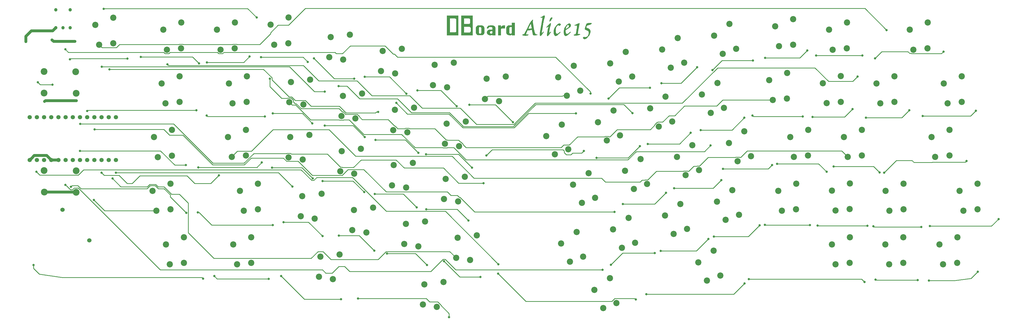
<source format=gbr>
G04 #@! TF.GenerationSoftware,KiCad,Pcbnew,(5.0.0-3-g5ebb6b6)*
G04 #@! TF.CreationDate,2019-09-26T15:54:15+09:00*
G04 #@! TF.ProjectId,dboard_alice15_ver.1,64626F6172645F616C69636531355F76,rev?*
G04 #@! TF.SameCoordinates,Original*
G04 #@! TF.FileFunction,Copper,L1,Top,Signal*
G04 #@! TF.FilePolarity,Positive*
%FSLAX46Y46*%
G04 Gerber Fmt 4.6, Leading zero omitted, Abs format (unit mm)*
G04 Created by KiCad (PCBNEW (5.0.0-3-g5ebb6b6)) date 2019 September 26, Thursday 15:54:15*
%MOMM*%
%LPD*%
G01*
G04 APERTURE LIST*
G04 #@! TA.AperFunction,EtchedComponent*
%ADD10C,0.010000*%
G04 #@! TD*
G04 #@! TA.AperFunction,ComponentPad*
%ADD11C,2.200000*%
G04 #@! TD*
G04 #@! TA.AperFunction,ComponentPad*
%ADD12C,1.200000*%
G04 #@! TD*
G04 #@! TA.AperFunction,ComponentPad*
%ADD13C,1.500000*%
G04 #@! TD*
G04 #@! TA.AperFunction,ComponentPad*
%ADD14C,1.524000*%
G04 #@! TD*
G04 #@! TA.AperFunction,ComponentPad*
%ADD15C,2.400000*%
G04 #@! TD*
G04 #@! TA.AperFunction,ViaPad*
%ADD16C,0.800000*%
G04 #@! TD*
G04 #@! TA.AperFunction,ViaPad*
%ADD17C,1.000000*%
G04 #@! TD*
G04 #@! TA.AperFunction,Conductor*
%ADD18C,0.250000*%
G04 #@! TD*
G04 #@! TA.AperFunction,Conductor*
%ADD19C,1.000000*%
G04 #@! TD*
G04 APERTURE END LIST*
D10*
G04 #@! TO.C,G\002A\002A\002A*
G36*
X156946845Y124875609D02*
X157053250Y124824596D01*
X157152303Y124745392D01*
X157240093Y124643437D01*
X157312714Y124524171D01*
X157366258Y124393037D01*
X157396816Y124255476D01*
X157400481Y124116928D01*
X157399822Y124109358D01*
X157380322Y123995705D01*
X157341999Y123889694D01*
X157281877Y123787758D01*
X157196982Y123686328D01*
X157084337Y123581838D01*
X156940967Y123470718D01*
X156768573Y123352466D01*
X156666605Y123284670D01*
X156569096Y123218188D01*
X156483707Y123158365D01*
X156418100Y123110545D01*
X156387786Y123086857D01*
X156305981Y123023296D01*
X156203858Y122950465D01*
X156090739Y122874395D01*
X155975946Y122801114D01*
X155868802Y122736653D01*
X155778629Y122687043D01*
X155742981Y122669764D01*
X155675227Y122635577D01*
X155620307Y122601308D01*
X155589667Y122574138D01*
X155589035Y122573186D01*
X155577886Y122536082D01*
X155568547Y122467796D01*
X155561234Y122376192D01*
X155556163Y122269131D01*
X155553550Y122154477D01*
X155553610Y122040093D01*
X155556559Y121933842D01*
X155562612Y121843585D01*
X155567835Y121800307D01*
X155600618Y121633936D01*
X155644786Y121498913D01*
X155703143Y121388466D01*
X155775154Y121299230D01*
X155835979Y121241260D01*
X155888265Y121205606D01*
X155946932Y121183334D01*
X155983631Y121174355D01*
X156055763Y121161498D01*
X156112239Y121161831D01*
X156174510Y121176307D01*
X156198554Y121183883D01*
X156273680Y121213469D01*
X156359043Y121254545D01*
X156416022Y121286347D01*
X156495450Y121338998D01*
X156594376Y121411398D01*
X156703982Y121496409D01*
X156815448Y121586892D01*
X156919953Y121675709D01*
X157008680Y121755724D01*
X157065863Y121812290D01*
X157118208Y121863691D01*
X157164129Y121901176D01*
X157194480Y121917372D01*
X157196417Y121917538D01*
X157227845Y121902730D01*
X157264307Y121866284D01*
X157270384Y121858168D01*
X157297045Y121815897D01*
X157301273Y121783566D01*
X157285015Y121740578D01*
X157282090Y121734378D01*
X157257930Y121700679D01*
X157208721Y121645327D01*
X157138772Y121572458D01*
X157052394Y121486210D01*
X156953895Y121390718D01*
X156847585Y121290119D01*
X156737774Y121188551D01*
X156628771Y121090148D01*
X156524885Y120999049D01*
X156449231Y120934934D01*
X156292039Y120810008D01*
X156141703Y120701691D01*
X156003153Y120613151D01*
X155881319Y120547555D01*
X155788417Y120510251D01*
X155695680Y120484921D01*
X155622032Y120475117D01*
X155550966Y120480248D01*
X155469350Y120498809D01*
X155402567Y120520966D01*
X155343458Y120547348D01*
X155327900Y120556422D01*
X155249211Y120626003D01*
X155172367Y120727216D01*
X155101311Y120852672D01*
X155039986Y120994985D01*
X154992336Y121146766D01*
X154976819Y121214153D01*
X154925203Y121560242D01*
X154909590Y121909891D01*
X154929291Y122258735D01*
X154983619Y122602406D01*
X155071884Y122936538D01*
X155129856Y123089310D01*
X155624447Y123089310D01*
X155627654Y123050790D01*
X155640451Y123013378D01*
X155667370Y122949357D01*
X155838493Y123041170D01*
X155931738Y123093594D01*
X156039946Y123158074D01*
X156146029Y123224302D01*
X156195231Y123256375D01*
X156332860Y123352308D01*
X156456476Y123447160D01*
X156561381Y123536836D01*
X156642879Y123617244D01*
X156696273Y123684288D01*
X156706542Y123702029D01*
X156731498Y123768026D01*
X156750801Y123849444D01*
X156756915Y123893922D01*
X156755071Y124031413D01*
X156721305Y124149579D01*
X156653807Y124254004D01*
X156632422Y124277605D01*
X156548979Y124364691D01*
X156430619Y124356130D01*
X156342887Y124343691D01*
X156273374Y124316912D01*
X156229566Y124289450D01*
X156115171Y124188520D01*
X156005708Y124050923D01*
X155902377Y123878889D01*
X155806382Y123674648D01*
X155718924Y123440431D01*
X155651119Y123215507D01*
X155632049Y123140064D01*
X155624447Y123089310D01*
X155129856Y123089310D01*
X155193400Y123256763D01*
X155345819Y123555872D01*
X155412843Y123666235D01*
X155491597Y123788379D01*
X155576283Y123913958D01*
X155661102Y124034626D01*
X155740256Y124142036D01*
X155807946Y124227842D01*
X155832857Y124256885D01*
X155926296Y124351733D01*
X156038175Y124449260D01*
X156162592Y124545728D01*
X156293647Y124637400D01*
X156425438Y124720536D01*
X156552064Y124791399D01*
X156667624Y124846250D01*
X156766215Y124881351D01*
X156836994Y124892988D01*
X156946845Y124875609D01*
X156946845Y124875609D01*
G37*
X156946845Y124875609D02*
X157053250Y124824596D01*
X157152303Y124745392D01*
X157240093Y124643437D01*
X157312714Y124524171D01*
X157366258Y124393037D01*
X157396816Y124255476D01*
X157400481Y124116928D01*
X157399822Y124109358D01*
X157380322Y123995705D01*
X157341999Y123889694D01*
X157281877Y123787758D01*
X157196982Y123686328D01*
X157084337Y123581838D01*
X156940967Y123470718D01*
X156768573Y123352466D01*
X156666605Y123284670D01*
X156569096Y123218188D01*
X156483707Y123158365D01*
X156418100Y123110545D01*
X156387786Y123086857D01*
X156305981Y123023296D01*
X156203858Y122950465D01*
X156090739Y122874395D01*
X155975946Y122801114D01*
X155868802Y122736653D01*
X155778629Y122687043D01*
X155742981Y122669764D01*
X155675227Y122635577D01*
X155620307Y122601308D01*
X155589667Y122574138D01*
X155589035Y122573186D01*
X155577886Y122536082D01*
X155568547Y122467796D01*
X155561234Y122376192D01*
X155556163Y122269131D01*
X155553550Y122154477D01*
X155553610Y122040093D01*
X155556559Y121933842D01*
X155562612Y121843585D01*
X155567835Y121800307D01*
X155600618Y121633936D01*
X155644786Y121498913D01*
X155703143Y121388466D01*
X155775154Y121299230D01*
X155835979Y121241260D01*
X155888265Y121205606D01*
X155946932Y121183334D01*
X155983631Y121174355D01*
X156055763Y121161498D01*
X156112239Y121161831D01*
X156174510Y121176307D01*
X156198554Y121183883D01*
X156273680Y121213469D01*
X156359043Y121254545D01*
X156416022Y121286347D01*
X156495450Y121338998D01*
X156594376Y121411398D01*
X156703982Y121496409D01*
X156815448Y121586892D01*
X156919953Y121675709D01*
X157008680Y121755724D01*
X157065863Y121812290D01*
X157118208Y121863691D01*
X157164129Y121901176D01*
X157194480Y121917372D01*
X157196417Y121917538D01*
X157227845Y121902730D01*
X157264307Y121866284D01*
X157270384Y121858168D01*
X157297045Y121815897D01*
X157301273Y121783566D01*
X157285015Y121740578D01*
X157282090Y121734378D01*
X157257930Y121700679D01*
X157208721Y121645327D01*
X157138772Y121572458D01*
X157052394Y121486210D01*
X156953895Y121390718D01*
X156847585Y121290119D01*
X156737774Y121188551D01*
X156628771Y121090148D01*
X156524885Y120999049D01*
X156449231Y120934934D01*
X156292039Y120810008D01*
X156141703Y120701691D01*
X156003153Y120613151D01*
X155881319Y120547555D01*
X155788417Y120510251D01*
X155695680Y120484921D01*
X155622032Y120475117D01*
X155550966Y120480248D01*
X155469350Y120498809D01*
X155402567Y120520966D01*
X155343458Y120547348D01*
X155327900Y120556422D01*
X155249211Y120626003D01*
X155172367Y120727216D01*
X155101311Y120852672D01*
X155039986Y120994985D01*
X154992336Y121146766D01*
X154976819Y121214153D01*
X154925203Y121560242D01*
X154909590Y121909891D01*
X154929291Y122258735D01*
X154983619Y122602406D01*
X155071884Y122936538D01*
X155129856Y123089310D01*
X155624447Y123089310D01*
X155627654Y123050790D01*
X155640451Y123013378D01*
X155667370Y122949357D01*
X155838493Y123041170D01*
X155931738Y123093594D01*
X156039946Y123158074D01*
X156146029Y123224302D01*
X156195231Y123256375D01*
X156332860Y123352308D01*
X156456476Y123447160D01*
X156561381Y123536836D01*
X156642879Y123617244D01*
X156696273Y123684288D01*
X156706542Y123702029D01*
X156731498Y123768026D01*
X156750801Y123849444D01*
X156756915Y123893922D01*
X156755071Y124031413D01*
X156721305Y124149579D01*
X156653807Y124254004D01*
X156632422Y124277605D01*
X156548979Y124364691D01*
X156430619Y124356130D01*
X156342887Y124343691D01*
X156273374Y124316912D01*
X156229566Y124289450D01*
X156115171Y124188520D01*
X156005708Y124050923D01*
X155902377Y123878889D01*
X155806382Y123674648D01*
X155718924Y123440431D01*
X155651119Y123215507D01*
X155632049Y123140064D01*
X155624447Y123089310D01*
X155129856Y123089310D01*
X155193400Y123256763D01*
X155345819Y123555872D01*
X155412843Y123666235D01*
X155491597Y123788379D01*
X155576283Y123913958D01*
X155661102Y124034626D01*
X155740256Y124142036D01*
X155807946Y124227842D01*
X155832857Y124256885D01*
X155926296Y124351733D01*
X156038175Y124449260D01*
X156162592Y124545728D01*
X156293647Y124637400D01*
X156425438Y124720536D01*
X156552064Y124791399D01*
X156667624Y124846250D01*
X156766215Y124881351D01*
X156836994Y124892988D01*
X156946845Y124875609D01*
G36*
X143965908Y126197503D02*
X143995860Y126155908D01*
X144009685Y126105957D01*
X144005737Y126075576D01*
X143995058Y126037317D01*
X143980245Y125971406D01*
X143963655Y125888725D01*
X143954084Y125837021D01*
X143933428Y125659066D01*
X143929375Y125457602D01*
X143941535Y125244308D01*
X143969518Y125030862D01*
X143983484Y124955769D01*
X143994655Y124896752D01*
X144011262Y124803929D01*
X144032493Y124682066D01*
X144057536Y124535931D01*
X144085578Y124370291D01*
X144115809Y124189913D01*
X144147416Y123999564D01*
X144178154Y123812769D01*
X144209856Y123620337D01*
X144240607Y123435783D01*
X144269655Y123263480D01*
X144296247Y123107799D01*
X144319631Y122973112D01*
X144339053Y122863791D01*
X144353762Y122784207D01*
X144363005Y122738732D01*
X144363140Y122738153D01*
X144377096Y122678577D01*
X144397951Y122589500D01*
X144423706Y122479469D01*
X144452359Y122357033D01*
X144481679Y122231727D01*
X144546417Y121969588D01*
X144609737Y121744285D01*
X144672722Y121553657D01*
X144736451Y121395543D01*
X144802006Y121267781D01*
X144870470Y121168212D01*
X144942923Y121094673D01*
X145020446Y121045004D01*
X145087642Y121020800D01*
X145149221Y121010405D01*
X145233209Y121002756D01*
X145322957Y120999298D01*
X145336151Y120999230D01*
X145452182Y120992901D01*
X145532580Y120974044D01*
X145576768Y120942857D01*
X145585846Y120913797D01*
X145566951Y120881847D01*
X145512768Y120849231D01*
X145427051Y120816925D01*
X145313557Y120785907D01*
X145176038Y120757151D01*
X145018250Y120731636D01*
X144843947Y120710338D01*
X144779369Y120704027D01*
X144603029Y120692275D01*
X144458485Y120693207D01*
X144340238Y120707841D01*
X144242789Y120737197D01*
X144160638Y120782293D01*
X144103422Y120829259D01*
X144022268Y120931712D01*
X143976051Y121051447D01*
X143964583Y121156876D01*
X143958659Y121241129D01*
X143944175Y121328645D01*
X143935756Y121362030D01*
X143913422Y121445239D01*
X143885829Y121559887D01*
X143854497Y121698932D01*
X143820946Y121855328D01*
X143786695Y122022030D01*
X143753265Y122191995D01*
X143729586Y122317691D01*
X143708327Y122428109D01*
X143687812Y122525912D01*
X143669610Y122604258D01*
X143655291Y122656303D01*
X143647805Y122674268D01*
X143623226Y122691929D01*
X143584601Y122697179D01*
X143525635Y122689470D01*
X143440031Y122668251D01*
X143380307Y122650921D01*
X143076002Y122570929D01*
X142789789Y122519187D01*
X142514159Y122494422D01*
X142442833Y122492237D01*
X142334397Y122488723D01*
X142237657Y122482759D01*
X142161082Y122475051D01*
X142113143Y122466308D01*
X142106995Y122464199D01*
X142080177Y122448092D01*
X142054735Y122419351D01*
X142026744Y122371535D01*
X141992277Y122298207D01*
X141960151Y122223396D01*
X141894393Y122063074D01*
X141829500Y121897589D01*
X141767496Y121732711D01*
X141710405Y121574214D01*
X141660253Y121427869D01*
X141619062Y121299450D01*
X141588858Y121194727D01*
X141571665Y121119474D01*
X141570532Y121112436D01*
X141557589Y121026124D01*
X141632525Y121002956D01*
X141677212Y120994280D01*
X141752524Y120985202D01*
X141850028Y120976510D01*
X141961291Y120968994D01*
X142037557Y120965086D01*
X142173677Y120958211D01*
X142274231Y120950289D01*
X142342727Y120939659D01*
X142382671Y120924658D01*
X142397570Y120903622D01*
X142390931Y120874891D01*
X142366260Y120836800D01*
X142350610Y120816663D01*
X142282433Y120757711D01*
X142175788Y120703333D01*
X142031031Y120653682D01*
X141883308Y120616418D01*
X141790672Y120601470D01*
X141668710Y120589890D01*
X141527042Y120581848D01*
X141375287Y120577515D01*
X141223066Y120577062D01*
X141079998Y120580659D01*
X140955703Y120588479D01*
X140872591Y120598475D01*
X140783025Y120614038D01*
X140697292Y120630570D01*
X140630797Y120645059D01*
X140618591Y120648112D01*
X140549520Y120669841D01*
X140473213Y120699508D01*
X140398459Y120732918D01*
X140334044Y120765878D01*
X140288758Y120794191D01*
X140271388Y120813665D01*
X140271385Y120813843D01*
X140285270Y120843277D01*
X140320437Y120886027D01*
X140367147Y120931641D01*
X140415666Y120969667D01*
X140417923Y120971155D01*
X140454182Y120986055D01*
X140517739Y121004135D01*
X140597317Y121022345D01*
X140632846Y121029306D01*
X140744348Y121052464D01*
X140825315Y121076370D01*
X140884166Y121104886D01*
X140929319Y121141875D01*
X140961071Y121179941D01*
X140986690Y121218524D01*
X141023514Y121280372D01*
X141072350Y121366989D01*
X141134004Y121479882D01*
X141209285Y121620554D01*
X141298998Y121790511D01*
X141403952Y121991258D01*
X141524952Y122224300D01*
X141628967Y122425538D01*
X141708183Y122578575D01*
X141785606Y122727270D01*
X141858482Y122866401D01*
X141918109Y122979463D01*
X142353683Y122979463D01*
X142374942Y122951055D01*
X142422271Y122942866D01*
X142455572Y122944908D01*
X142505980Y122950088D01*
X142583005Y122958009D01*
X142674393Y122967410D01*
X142733231Y122973463D01*
X142844176Y122986108D01*
X142969154Y123002357D01*
X143099389Y123020867D01*
X143226107Y123040289D01*
X143340533Y123059279D01*
X143433893Y123076490D01*
X143497412Y123090576D01*
X143498449Y123090852D01*
X143546592Y123108506D01*
X143570655Y123136745D01*
X143582952Y123186341D01*
X143586061Y123208095D01*
X143587593Y123231748D01*
X143586980Y123260765D01*
X143583657Y123298610D01*
X143577056Y123348747D01*
X143566611Y123414640D01*
X143551757Y123499754D01*
X143531925Y123607552D01*
X143506551Y123741499D01*
X143475067Y123905059D01*
X143436907Y124101697D01*
X143414234Y124218192D01*
X143384860Y124366908D01*
X143357276Y124502537D01*
X143332472Y124620520D01*
X143311437Y124716301D01*
X143295160Y124785323D01*
X143284632Y124823029D01*
X143281640Y124828769D01*
X143268546Y124812545D01*
X143239268Y124767188D01*
X143196702Y124697670D01*
X143143740Y124608961D01*
X143083275Y124506035D01*
X143018200Y124393861D01*
X142951409Y124277412D01*
X142885794Y124161659D01*
X142824250Y124051574D01*
X142769669Y123952129D01*
X142747234Y123910461D01*
X142693460Y123806081D01*
X142632729Y123682129D01*
X142569364Y123548022D01*
X142507689Y123413177D01*
X142452029Y123287012D01*
X142406707Y123178942D01*
X142381747Y123114458D01*
X142356587Y123032470D01*
X142353683Y122979463D01*
X141918109Y122979463D01*
X141924060Y122990747D01*
X141979587Y123095085D01*
X142022312Y123174193D01*
X142046019Y123216846D01*
X142072395Y123264958D01*
X142114303Y123343937D01*
X142169668Y123449768D01*
X142236415Y123578434D01*
X142312468Y123725917D01*
X142395751Y123888202D01*
X142484188Y124061271D01*
X142575704Y124241107D01*
X142596936Y124282936D01*
X142689206Y124463843D01*
X142779401Y124638844D01*
X142865387Y124803923D01*
X142945029Y124955059D01*
X143016190Y125088234D01*
X143076737Y125199430D01*
X143124534Y125284626D01*
X143157446Y125339804D01*
X143162574Y125347659D01*
X143210786Y125421396D01*
X143252335Y125488522D01*
X143280929Y125538713D01*
X143288137Y125553598D01*
X143308037Y125583174D01*
X143349812Y125633587D01*
X143408714Y125699930D01*
X143479996Y125777293D01*
X143558910Y125860769D01*
X143640707Y125945449D01*
X143720640Y126026426D01*
X143793961Y126098791D01*
X143855921Y126157637D01*
X143901773Y126198054D01*
X143926768Y126215136D01*
X143928332Y126215386D01*
X143965908Y126197503D01*
X143965908Y126197503D01*
G37*
X143965908Y126197503D02*
X143995860Y126155908D01*
X144009685Y126105957D01*
X144005737Y126075576D01*
X143995058Y126037317D01*
X143980245Y125971406D01*
X143963655Y125888725D01*
X143954084Y125837021D01*
X143933428Y125659066D01*
X143929375Y125457602D01*
X143941535Y125244308D01*
X143969518Y125030862D01*
X143983484Y124955769D01*
X143994655Y124896752D01*
X144011262Y124803929D01*
X144032493Y124682066D01*
X144057536Y124535931D01*
X144085578Y124370291D01*
X144115809Y124189913D01*
X144147416Y123999564D01*
X144178154Y123812769D01*
X144209856Y123620337D01*
X144240607Y123435783D01*
X144269655Y123263480D01*
X144296247Y123107799D01*
X144319631Y122973112D01*
X144339053Y122863791D01*
X144353762Y122784207D01*
X144363005Y122738732D01*
X144363140Y122738153D01*
X144377096Y122678577D01*
X144397951Y122589500D01*
X144423706Y122479469D01*
X144452359Y122357033D01*
X144481679Y122231727D01*
X144546417Y121969588D01*
X144609737Y121744285D01*
X144672722Y121553657D01*
X144736451Y121395543D01*
X144802006Y121267781D01*
X144870470Y121168212D01*
X144942923Y121094673D01*
X145020446Y121045004D01*
X145087642Y121020800D01*
X145149221Y121010405D01*
X145233209Y121002756D01*
X145322957Y120999298D01*
X145336151Y120999230D01*
X145452182Y120992901D01*
X145532580Y120974044D01*
X145576768Y120942857D01*
X145585846Y120913797D01*
X145566951Y120881847D01*
X145512768Y120849231D01*
X145427051Y120816925D01*
X145313557Y120785907D01*
X145176038Y120757151D01*
X145018250Y120731636D01*
X144843947Y120710338D01*
X144779369Y120704027D01*
X144603029Y120692275D01*
X144458485Y120693207D01*
X144340238Y120707841D01*
X144242789Y120737197D01*
X144160638Y120782293D01*
X144103422Y120829259D01*
X144022268Y120931712D01*
X143976051Y121051447D01*
X143964583Y121156876D01*
X143958659Y121241129D01*
X143944175Y121328645D01*
X143935756Y121362030D01*
X143913422Y121445239D01*
X143885829Y121559887D01*
X143854497Y121698932D01*
X143820946Y121855328D01*
X143786695Y122022030D01*
X143753265Y122191995D01*
X143729586Y122317691D01*
X143708327Y122428109D01*
X143687812Y122525912D01*
X143669610Y122604258D01*
X143655291Y122656303D01*
X143647805Y122674268D01*
X143623226Y122691929D01*
X143584601Y122697179D01*
X143525635Y122689470D01*
X143440031Y122668251D01*
X143380307Y122650921D01*
X143076002Y122570929D01*
X142789789Y122519187D01*
X142514159Y122494422D01*
X142442833Y122492237D01*
X142334397Y122488723D01*
X142237657Y122482759D01*
X142161082Y122475051D01*
X142113143Y122466308D01*
X142106995Y122464199D01*
X142080177Y122448092D01*
X142054735Y122419351D01*
X142026744Y122371535D01*
X141992277Y122298207D01*
X141960151Y122223396D01*
X141894393Y122063074D01*
X141829500Y121897589D01*
X141767496Y121732711D01*
X141710405Y121574214D01*
X141660253Y121427869D01*
X141619062Y121299450D01*
X141588858Y121194727D01*
X141571665Y121119474D01*
X141570532Y121112436D01*
X141557589Y121026124D01*
X141632525Y121002956D01*
X141677212Y120994280D01*
X141752524Y120985202D01*
X141850028Y120976510D01*
X141961291Y120968994D01*
X142037557Y120965086D01*
X142173677Y120958211D01*
X142274231Y120950289D01*
X142342727Y120939659D01*
X142382671Y120924658D01*
X142397570Y120903622D01*
X142390931Y120874891D01*
X142366260Y120836800D01*
X142350610Y120816663D01*
X142282433Y120757711D01*
X142175788Y120703333D01*
X142031031Y120653682D01*
X141883308Y120616418D01*
X141790672Y120601470D01*
X141668710Y120589890D01*
X141527042Y120581848D01*
X141375287Y120577515D01*
X141223066Y120577062D01*
X141079998Y120580659D01*
X140955703Y120588479D01*
X140872591Y120598475D01*
X140783025Y120614038D01*
X140697292Y120630570D01*
X140630797Y120645059D01*
X140618591Y120648112D01*
X140549520Y120669841D01*
X140473213Y120699508D01*
X140398459Y120732918D01*
X140334044Y120765878D01*
X140288758Y120794191D01*
X140271388Y120813665D01*
X140271385Y120813843D01*
X140285270Y120843277D01*
X140320437Y120886027D01*
X140367147Y120931641D01*
X140415666Y120969667D01*
X140417923Y120971155D01*
X140454182Y120986055D01*
X140517739Y121004135D01*
X140597317Y121022345D01*
X140632846Y121029306D01*
X140744348Y121052464D01*
X140825315Y121076370D01*
X140884166Y121104886D01*
X140929319Y121141875D01*
X140961071Y121179941D01*
X140986690Y121218524D01*
X141023514Y121280372D01*
X141072350Y121366989D01*
X141134004Y121479882D01*
X141209285Y121620554D01*
X141298998Y121790511D01*
X141403952Y121991258D01*
X141524952Y122224300D01*
X141628967Y122425538D01*
X141708183Y122578575D01*
X141785606Y122727270D01*
X141858482Y122866401D01*
X141918109Y122979463D01*
X142353683Y122979463D01*
X142374942Y122951055D01*
X142422271Y122942866D01*
X142455572Y122944908D01*
X142505980Y122950088D01*
X142583005Y122958009D01*
X142674393Y122967410D01*
X142733231Y122973463D01*
X142844176Y122986108D01*
X142969154Y123002357D01*
X143099389Y123020867D01*
X143226107Y123040289D01*
X143340533Y123059279D01*
X143433893Y123076490D01*
X143497412Y123090576D01*
X143498449Y123090852D01*
X143546592Y123108506D01*
X143570655Y123136745D01*
X143582952Y123186341D01*
X143586061Y123208095D01*
X143587593Y123231748D01*
X143586980Y123260765D01*
X143583657Y123298610D01*
X143577056Y123348747D01*
X143566611Y123414640D01*
X143551757Y123499754D01*
X143531925Y123607552D01*
X143506551Y123741499D01*
X143475067Y123905059D01*
X143436907Y124101697D01*
X143414234Y124218192D01*
X143384860Y124366908D01*
X143357276Y124502537D01*
X143332472Y124620520D01*
X143311437Y124716301D01*
X143295160Y124785323D01*
X143284632Y124823029D01*
X143281640Y124828769D01*
X143268546Y124812545D01*
X143239268Y124767188D01*
X143196702Y124697670D01*
X143143740Y124608961D01*
X143083275Y124506035D01*
X143018200Y124393861D01*
X142951409Y124277412D01*
X142885794Y124161659D01*
X142824250Y124051574D01*
X142769669Y123952129D01*
X142747234Y123910461D01*
X142693460Y123806081D01*
X142632729Y123682129D01*
X142569364Y123548022D01*
X142507689Y123413177D01*
X142452029Y123287012D01*
X142406707Y123178942D01*
X142381747Y123114458D01*
X142356587Y123032470D01*
X142353683Y122979463D01*
X141918109Y122979463D01*
X141924060Y122990747D01*
X141979587Y123095085D01*
X142022312Y123174193D01*
X142046019Y123216846D01*
X142072395Y123264958D01*
X142114303Y123343937D01*
X142169668Y123449768D01*
X142236415Y123578434D01*
X142312468Y123725917D01*
X142395751Y123888202D01*
X142484188Y124061271D01*
X142575704Y124241107D01*
X142596936Y124282936D01*
X142689206Y124463843D01*
X142779401Y124638844D01*
X142865387Y124803923D01*
X142945029Y124955059D01*
X143016190Y125088234D01*
X143076737Y125199430D01*
X143124534Y125284626D01*
X143157446Y125339804D01*
X143162574Y125347659D01*
X143210786Y125421396D01*
X143252335Y125488522D01*
X143280929Y125538713D01*
X143288137Y125553598D01*
X143308037Y125583174D01*
X143349812Y125633587D01*
X143408714Y125699930D01*
X143479996Y125777293D01*
X143558910Y125860769D01*
X143640707Y125945449D01*
X143720640Y126026426D01*
X143793961Y126098791D01*
X143855921Y126157637D01*
X143901773Y126198054D01*
X143926768Y126215136D01*
X143928332Y126215386D01*
X143965908Y126197503D01*
G36*
X160417410Y124972004D02*
X160437811Y124931756D01*
X160445564Y124862787D01*
X160440573Y124763549D01*
X160422741Y124632497D01*
X160391972Y124468084D01*
X160348169Y124268764D01*
X160336648Y124219546D01*
X160314689Y124120291D01*
X160288672Y123992036D01*
X160259269Y123838888D01*
X160227155Y123664956D01*
X160193002Y123474345D01*
X160157482Y123271163D01*
X160121269Y123059518D01*
X160085036Y122843515D01*
X160049456Y122627264D01*
X160015202Y122414870D01*
X159982946Y122210440D01*
X159953362Y122018083D01*
X159927123Y121841905D01*
X159904902Y121686014D01*
X159887372Y121554516D01*
X159875205Y121451518D01*
X159869074Y121381129D01*
X159868462Y121362223D01*
X159876196Y121279826D01*
X159902217Y121218900D01*
X159950749Y121176753D01*
X160026020Y121150693D01*
X160132254Y121138028D01*
X160224068Y121135694D01*
X160342155Y121131739D01*
X160454035Y121121125D01*
X160551694Y121105191D01*
X160627116Y121085276D01*
X160672285Y121062719D01*
X160674801Y121060399D01*
X160686830Y121025546D01*
X160666558Y120984380D01*
X160618883Y120942553D01*
X160548706Y120905718D01*
X160536672Y120901021D01*
X160352329Y120838142D01*
X160151181Y120780264D01*
X159939691Y120728465D01*
X159724326Y120683821D01*
X159511549Y120647408D01*
X159307824Y120620305D01*
X159119618Y120603586D01*
X158953395Y120598329D01*
X158815618Y120605611D01*
X158786392Y120609514D01*
X158673384Y120636063D01*
X158582149Y120675686D01*
X158516650Y120725053D01*
X158480850Y120780837D01*
X158478709Y120839710D01*
X158486950Y120861036D01*
X158506512Y120886275D01*
X158541762Y120907874D01*
X158600380Y120929388D01*
X158686385Y120953425D01*
X158825804Y120991000D01*
X158931951Y121022921D01*
X159009906Y121051021D01*
X159064749Y121077134D01*
X159101559Y121103093D01*
X159101898Y121103398D01*
X159134426Y121150327D01*
X159170430Y121234735D01*
X159209565Y121355210D01*
X159251486Y121510343D01*
X159295847Y121698723D01*
X159342302Y121918939D01*
X159390507Y122169581D01*
X159440115Y122449237D01*
X159459177Y122562307D01*
X159508531Y122868908D01*
X159548415Y123138707D01*
X159578922Y123372793D01*
X159600141Y123572254D01*
X159612165Y123738178D01*
X159615083Y123871654D01*
X159608988Y123973770D01*
X159593969Y124045614D01*
X159584952Y124067160D01*
X159563102Y124103575D01*
X159536759Y124130309D01*
X159500031Y124148713D01*
X159447027Y124160138D01*
X159371855Y124165936D01*
X159268623Y124167458D01*
X159152404Y124166369D01*
X159016467Y124165531D01*
X158914806Y124168225D01*
X158842697Y124175536D01*
X158795414Y124188545D01*
X158768235Y124208336D01*
X158756434Y124235990D01*
X158754769Y124257503D01*
X158757741Y124281684D01*
X158771006Y124300786D01*
X158801093Y124318381D01*
X158854529Y124338042D01*
X158937842Y124363338D01*
X158959923Y124369752D01*
X159046415Y124398593D01*
X159164161Y124443780D01*
X159309655Y124503812D01*
X159479387Y124577188D01*
X159669849Y124662407D01*
X159877532Y124757968D01*
X159982337Y124807085D01*
X160095304Y124859809D01*
X160197092Y124906330D01*
X160282153Y124944193D01*
X160344939Y124970943D01*
X160379902Y124984123D01*
X160384459Y124985076D01*
X160417410Y124972004D01*
X160417410Y124972004D01*
G37*
X160417410Y124972004D02*
X160437811Y124931756D01*
X160445564Y124862787D01*
X160440573Y124763549D01*
X160422741Y124632497D01*
X160391972Y124468084D01*
X160348169Y124268764D01*
X160336648Y124219546D01*
X160314689Y124120291D01*
X160288672Y123992036D01*
X160259269Y123838888D01*
X160227155Y123664956D01*
X160193002Y123474345D01*
X160157482Y123271163D01*
X160121269Y123059518D01*
X160085036Y122843515D01*
X160049456Y122627264D01*
X160015202Y122414870D01*
X159982946Y122210440D01*
X159953362Y122018083D01*
X159927123Y121841905D01*
X159904902Y121686014D01*
X159887372Y121554516D01*
X159875205Y121451518D01*
X159869074Y121381129D01*
X159868462Y121362223D01*
X159876196Y121279826D01*
X159902217Y121218900D01*
X159950749Y121176753D01*
X160026020Y121150693D01*
X160132254Y121138028D01*
X160224068Y121135694D01*
X160342155Y121131739D01*
X160454035Y121121125D01*
X160551694Y121105191D01*
X160627116Y121085276D01*
X160672285Y121062719D01*
X160674801Y121060399D01*
X160686830Y121025546D01*
X160666558Y120984380D01*
X160618883Y120942553D01*
X160548706Y120905718D01*
X160536672Y120901021D01*
X160352329Y120838142D01*
X160151181Y120780264D01*
X159939691Y120728465D01*
X159724326Y120683821D01*
X159511549Y120647408D01*
X159307824Y120620305D01*
X159119618Y120603586D01*
X158953395Y120598329D01*
X158815618Y120605611D01*
X158786392Y120609514D01*
X158673384Y120636063D01*
X158582149Y120675686D01*
X158516650Y120725053D01*
X158480850Y120780837D01*
X158478709Y120839710D01*
X158486950Y120861036D01*
X158506512Y120886275D01*
X158541762Y120907874D01*
X158600380Y120929388D01*
X158686385Y120953425D01*
X158825804Y120991000D01*
X158931951Y121022921D01*
X159009906Y121051021D01*
X159064749Y121077134D01*
X159101559Y121103093D01*
X159101898Y121103398D01*
X159134426Y121150327D01*
X159170430Y121234735D01*
X159209565Y121355210D01*
X159251486Y121510343D01*
X159295847Y121698723D01*
X159342302Y121918939D01*
X159390507Y122169581D01*
X159440115Y122449237D01*
X159459177Y122562307D01*
X159508531Y122868908D01*
X159548415Y123138707D01*
X159578922Y123372793D01*
X159600141Y123572254D01*
X159612165Y123738178D01*
X159615083Y123871654D01*
X159608988Y123973770D01*
X159593969Y124045614D01*
X159584952Y124067160D01*
X159563102Y124103575D01*
X159536759Y124130309D01*
X159500031Y124148713D01*
X159447027Y124160138D01*
X159371855Y124165936D01*
X159268623Y124167458D01*
X159152404Y124166369D01*
X159016467Y124165531D01*
X158914806Y124168225D01*
X158842697Y124175536D01*
X158795414Y124188545D01*
X158768235Y124208336D01*
X158756434Y124235990D01*
X158754769Y124257503D01*
X158757741Y124281684D01*
X158771006Y124300786D01*
X158801093Y124318381D01*
X158854529Y124338042D01*
X158937842Y124363338D01*
X158959923Y124369752D01*
X159046415Y124398593D01*
X159164161Y124443780D01*
X159309655Y124503812D01*
X159479387Y124577188D01*
X159669849Y124662407D01*
X159877532Y124757968D01*
X159982337Y124807085D01*
X160095304Y124859809D01*
X160197092Y124906330D01*
X160282153Y124944193D01*
X160344939Y124970943D01*
X160379902Y124984123D01*
X160384459Y124985076D01*
X160417410Y124972004D01*
G36*
X117606769Y120706153D02*
X113620923Y120706153D01*
X113620923Y121680698D01*
X114617385Y121680698D01*
X115560115Y121687688D01*
X115781259Y121689467D01*
X115966857Y121691335D01*
X116120439Y121693426D01*
X116245536Y121695875D01*
X116345678Y121698818D01*
X116424397Y121702390D01*
X116485224Y121706725D01*
X116531688Y121711959D01*
X116567320Y121718226D01*
X116595651Y121725662D01*
X116601392Y121727514D01*
X116723568Y121787705D01*
X116825935Y121877318D01*
X116900643Y121989328D01*
X116905498Y121999727D01*
X116952231Y122103153D01*
X116957560Y124125030D01*
X116958369Y124501731D01*
X116958706Y124839967D01*
X116958567Y125140349D01*
X116957945Y125403487D01*
X116956838Y125629991D01*
X116955240Y125820472D01*
X116953148Y125975539D01*
X116950556Y126095802D01*
X116947460Y126181872D01*
X116943855Y126234358D01*
X116941901Y126248005D01*
X116904524Y126358004D01*
X116843119Y126463012D01*
X116766553Y126549339D01*
X116726484Y126580478D01*
X116688174Y126605263D01*
X116652026Y126626115D01*
X116614377Y126643403D01*
X116571568Y126657495D01*
X116519938Y126668760D01*
X116455826Y126677568D01*
X116375572Y126684285D01*
X116275515Y126689282D01*
X116151995Y126692926D01*
X116001350Y126695587D01*
X115819921Y126697633D01*
X115604046Y126699433D01*
X115540577Y126699916D01*
X114617385Y126706882D01*
X114617385Y121680698D01*
X113620923Y121680698D01*
X113620923Y127681384D01*
X117606769Y127681384D01*
X117606769Y120706153D01*
X117606769Y120706153D01*
G37*
X117606769Y120706153D02*
X113620923Y120706153D01*
X113620923Y121680698D01*
X114617385Y121680698D01*
X115560115Y121687688D01*
X115781259Y121689467D01*
X115966857Y121691335D01*
X116120439Y121693426D01*
X116245536Y121695875D01*
X116345678Y121698818D01*
X116424397Y121702390D01*
X116485224Y121706725D01*
X116531688Y121711959D01*
X116567320Y121718226D01*
X116595651Y121725662D01*
X116601392Y121727514D01*
X116723568Y121787705D01*
X116825935Y121877318D01*
X116900643Y121989328D01*
X116905498Y121999727D01*
X116952231Y122103153D01*
X116957560Y124125030D01*
X116958369Y124501731D01*
X116958706Y124839967D01*
X116958567Y125140349D01*
X116957945Y125403487D01*
X116956838Y125629991D01*
X116955240Y125820472D01*
X116953148Y125975539D01*
X116950556Y126095802D01*
X116947460Y126181872D01*
X116943855Y126234358D01*
X116941901Y126248005D01*
X116904524Y126358004D01*
X116843119Y126463012D01*
X116766553Y126549339D01*
X116726484Y126580478D01*
X116688174Y126605263D01*
X116652026Y126626115D01*
X116614377Y126643403D01*
X116571568Y126657495D01*
X116519938Y126668760D01*
X116455826Y126677568D01*
X116375572Y126684285D01*
X116275515Y126689282D01*
X116151995Y126692926D01*
X116001350Y126695587D01*
X115819921Y126697633D01*
X115604046Y126699433D01*
X115540577Y126699916D01*
X114617385Y126706882D01*
X114617385Y121680698D01*
X113620923Y121680698D01*
X113620923Y127681384D01*
X117606769Y127681384D01*
X117606769Y120706153D01*
G36*
X122647692Y120725692D02*
X118720462Y120725692D01*
X118720462Y123734615D01*
X119658308Y123734615D01*
X119658308Y121642307D01*
X120640115Y121648038D01*
X121621923Y121653769D01*
X121715119Y121699661D01*
X121821634Y121768487D01*
X121921746Y121862383D01*
X122002075Y121967967D01*
X122025415Y122009957D01*
X122038467Y122037512D01*
X122048775Y122064353D01*
X122056665Y122095272D01*
X122062458Y122135058D01*
X122066479Y122188502D01*
X122069050Y122260394D01*
X122070496Y122355524D01*
X122071139Y122478682D01*
X122071304Y122634660D01*
X122071308Y122689756D01*
X122071308Y123276359D01*
X122006835Y123407284D01*
X121925724Y123535291D01*
X121824588Y123632986D01*
X121706691Y123697393D01*
X121678285Y123706963D01*
X121649438Y123713540D01*
X121608219Y123719045D01*
X121551427Y123723561D01*
X121475858Y123727172D01*
X121378310Y123729963D01*
X121255579Y123732016D01*
X121104463Y123733416D01*
X120921760Y123734248D01*
X120704266Y123734593D01*
X120622356Y123734615D01*
X119658308Y123734615D01*
X118720462Y123734615D01*
X118720462Y124652923D01*
X119658308Y124652923D01*
X120497500Y124652923D01*
X120725691Y124653455D01*
X120926319Y124655019D01*
X121097327Y124657570D01*
X121236658Y124661060D01*
X121342252Y124665444D01*
X121412052Y124670673D01*
X121435664Y124674148D01*
X121567787Y124721152D01*
X121677820Y124799628D01*
X121762673Y124907219D01*
X121777791Y124934831D01*
X121836846Y125050663D01*
X121836846Y126284384D01*
X121784864Y126382861D01*
X121720603Y126478111D01*
X121633458Y126572011D01*
X121537459Y126650389D01*
X121492273Y126678381D01*
X121474246Y126686918D01*
X121451863Y126694040D01*
X121421527Y126699905D01*
X121379643Y126704668D01*
X121322614Y126708487D01*
X121246845Y126711520D01*
X121148740Y126713923D01*
X121024702Y126715853D01*
X120871136Y126717468D01*
X120684445Y126718924D01*
X120542423Y126719868D01*
X119658308Y126725505D01*
X119658308Y124652923D01*
X118720462Y124652923D01*
X118720462Y127661846D01*
X122647692Y127661846D01*
X122647692Y120725692D01*
X122647692Y120725692D01*
G37*
X122647692Y120725692D02*
X118720462Y120725692D01*
X118720462Y123734615D01*
X119658308Y123734615D01*
X119658308Y121642307D01*
X120640115Y121648038D01*
X121621923Y121653769D01*
X121715119Y121699661D01*
X121821634Y121768487D01*
X121921746Y121862383D01*
X122002075Y121967967D01*
X122025415Y122009957D01*
X122038467Y122037512D01*
X122048775Y122064353D01*
X122056665Y122095272D01*
X122062458Y122135058D01*
X122066479Y122188502D01*
X122069050Y122260394D01*
X122070496Y122355524D01*
X122071139Y122478682D01*
X122071304Y122634660D01*
X122071308Y122689756D01*
X122071308Y123276359D01*
X122006835Y123407284D01*
X121925724Y123535291D01*
X121824588Y123632986D01*
X121706691Y123697393D01*
X121678285Y123706963D01*
X121649438Y123713540D01*
X121608219Y123719045D01*
X121551427Y123723561D01*
X121475858Y123727172D01*
X121378310Y123729963D01*
X121255579Y123732016D01*
X121104463Y123733416D01*
X120921760Y123734248D01*
X120704266Y123734593D01*
X120622356Y123734615D01*
X119658308Y123734615D01*
X118720462Y123734615D01*
X118720462Y124652923D01*
X119658308Y124652923D01*
X120497500Y124652923D01*
X120725691Y124653455D01*
X120926319Y124655019D01*
X121097327Y124657570D01*
X121236658Y124661060D01*
X121342252Y124665444D01*
X121412052Y124670673D01*
X121435664Y124674148D01*
X121567787Y124721152D01*
X121677820Y124799628D01*
X121762673Y124907219D01*
X121777791Y124934831D01*
X121836846Y125050663D01*
X121836846Y126284384D01*
X121784864Y126382861D01*
X121720603Y126478111D01*
X121633458Y126572011D01*
X121537459Y126650389D01*
X121492273Y126678381D01*
X121474246Y126686918D01*
X121451863Y126694040D01*
X121421527Y126699905D01*
X121379643Y126704668D01*
X121322614Y126708487D01*
X121246845Y126711520D01*
X121148740Y126713923D01*
X121024702Y126715853D01*
X120871136Y126717468D01*
X120684445Y126718924D01*
X120542423Y126719868D01*
X119658308Y126725505D01*
X119658308Y124652923D01*
X118720462Y124652923D01*
X118720462Y127661846D01*
X122647692Y127661846D01*
X122647692Y120725692D01*
G36*
X125752005Y124143026D02*
X125847758Y124141878D01*
X125922483Y124139511D01*
X125980692Y124135744D01*
X126026895Y124130395D01*
X126065604Y124123283D01*
X126101331Y124114227D01*
X126123846Y124107591D01*
X126296265Y124035267D01*
X126450053Y123931180D01*
X126581080Y123799855D01*
X126685214Y123645816D01*
X126758324Y123473590D01*
X126780677Y123388194D01*
X126787426Y123335801D01*
X126793347Y123249738D01*
X126798417Y123135408D01*
X126802609Y122998209D01*
X126805898Y122843542D01*
X126808259Y122676807D01*
X126809667Y122503404D01*
X126810097Y122328733D01*
X126809523Y122158195D01*
X126807920Y121997189D01*
X126805263Y121851116D01*
X126801526Y121725375D01*
X126796685Y121625368D01*
X126790714Y121556493D01*
X126789285Y121546307D01*
X126743104Y121373048D01*
X126662395Y121209339D01*
X126551526Y121060967D01*
X126414864Y120933717D01*
X126256777Y120833377D01*
X126247745Y120828852D01*
X126098374Y120755000D01*
X125374379Y120750311D01*
X125185916Y120749190D01*
X125032194Y120748635D01*
X124908878Y120748828D01*
X124811634Y120749953D01*
X124736129Y120752190D01*
X124678026Y120755724D01*
X124632993Y120760737D01*
X124596695Y120767411D01*
X124564798Y120775930D01*
X124535275Y120785670D01*
X124370606Y120861605D01*
X124221280Y120966902D01*
X124092623Y121095828D01*
X123989958Y121242651D01*
X123918609Y121401638D01*
X123899324Y121470394D01*
X123894608Y121510949D01*
X123890533Y121585600D01*
X123887100Y121689372D01*
X123884308Y121817288D01*
X123882157Y121964374D01*
X123880648Y122125654D01*
X123879780Y122296152D01*
X123879554Y122470892D01*
X123879969Y122644900D01*
X123881026Y122813199D01*
X123882475Y122947747D01*
X124857515Y122947747D01*
X124857649Y122814605D01*
X124858398Y122650631D01*
X124859613Y122451991D01*
X124859827Y122418968D01*
X124865308Y121572494D01*
X124923923Y121478264D01*
X125014618Y121363305D01*
X125120416Y121282600D01*
X125237733Y121237199D01*
X125362981Y121228154D01*
X125492574Y121256514D01*
X125567141Y121289889D01*
X125662732Y121359594D01*
X125743619Y121453983D01*
X125799646Y121560226D01*
X125811778Y121598921D01*
X125817330Y121641454D01*
X125822112Y121720476D01*
X125826064Y121833407D01*
X125829124Y121977665D01*
X125831229Y122150669D01*
X125832318Y122349838D01*
X125832462Y122461041D01*
X125832232Y122664521D01*
X125831459Y122832643D01*
X125830019Y122969122D01*
X125827785Y123077674D01*
X125824633Y123162017D01*
X125820437Y123225865D01*
X125815072Y123272935D01*
X125808413Y123306942D01*
X125803398Y123323616D01*
X125742027Y123443989D01*
X125653837Y123541988D01*
X125545085Y123613011D01*
X125422028Y123652454D01*
X125347489Y123659043D01*
X125270322Y123654218D01*
X125197356Y123641266D01*
X125163660Y123630617D01*
X125067219Y123573189D01*
X124978716Y123489785D01*
X124910939Y123393202D01*
X124896355Y123363097D01*
X124886234Y123338563D01*
X124877915Y123313874D01*
X124871248Y123285195D01*
X124866086Y123248693D01*
X124862280Y123200531D01*
X124859682Y123136876D01*
X124858143Y123053893D01*
X124857515Y122947747D01*
X123882475Y122947747D01*
X123882724Y122970814D01*
X123885064Y123112769D01*
X123888045Y123234088D01*
X123891667Y123329797D01*
X123895931Y123394919D01*
X123899324Y123419759D01*
X123954402Y123576743D01*
X124042954Y123726827D01*
X124159375Y123863335D01*
X124298065Y123979593D01*
X124438331Y124061890D01*
X124591769Y124135153D01*
X125293462Y124140971D01*
X125479368Y124142392D01*
X125630712Y124143137D01*
X125752005Y124143026D01*
X125752005Y124143026D01*
G37*
X125752005Y124143026D02*
X125847758Y124141878D01*
X125922483Y124139511D01*
X125980692Y124135744D01*
X126026895Y124130395D01*
X126065604Y124123283D01*
X126101331Y124114227D01*
X126123846Y124107591D01*
X126296265Y124035267D01*
X126450053Y123931180D01*
X126581080Y123799855D01*
X126685214Y123645816D01*
X126758324Y123473590D01*
X126780677Y123388194D01*
X126787426Y123335801D01*
X126793347Y123249738D01*
X126798417Y123135408D01*
X126802609Y122998209D01*
X126805898Y122843542D01*
X126808259Y122676807D01*
X126809667Y122503404D01*
X126810097Y122328733D01*
X126809523Y122158195D01*
X126807920Y121997189D01*
X126805263Y121851116D01*
X126801526Y121725375D01*
X126796685Y121625368D01*
X126790714Y121556493D01*
X126789285Y121546307D01*
X126743104Y121373048D01*
X126662395Y121209339D01*
X126551526Y121060967D01*
X126414864Y120933717D01*
X126256777Y120833377D01*
X126247745Y120828852D01*
X126098374Y120755000D01*
X125374379Y120750311D01*
X125185916Y120749190D01*
X125032194Y120748635D01*
X124908878Y120748828D01*
X124811634Y120749953D01*
X124736129Y120752190D01*
X124678026Y120755724D01*
X124632993Y120760737D01*
X124596695Y120767411D01*
X124564798Y120775930D01*
X124535275Y120785670D01*
X124370606Y120861605D01*
X124221280Y120966902D01*
X124092623Y121095828D01*
X123989958Y121242651D01*
X123918609Y121401638D01*
X123899324Y121470394D01*
X123894608Y121510949D01*
X123890533Y121585600D01*
X123887100Y121689372D01*
X123884308Y121817288D01*
X123882157Y121964374D01*
X123880648Y122125654D01*
X123879780Y122296152D01*
X123879554Y122470892D01*
X123879969Y122644900D01*
X123881026Y122813199D01*
X123882475Y122947747D01*
X124857515Y122947747D01*
X124857649Y122814605D01*
X124858398Y122650631D01*
X124859613Y122451991D01*
X124859827Y122418968D01*
X124865308Y121572494D01*
X124923923Y121478264D01*
X125014618Y121363305D01*
X125120416Y121282600D01*
X125237733Y121237199D01*
X125362981Y121228154D01*
X125492574Y121256514D01*
X125567141Y121289889D01*
X125662732Y121359594D01*
X125743619Y121453983D01*
X125799646Y121560226D01*
X125811778Y121598921D01*
X125817330Y121641454D01*
X125822112Y121720476D01*
X125826064Y121833407D01*
X125829124Y121977665D01*
X125831229Y122150669D01*
X125832318Y122349838D01*
X125832462Y122461041D01*
X125832232Y122664521D01*
X125831459Y122832643D01*
X125830019Y122969122D01*
X125827785Y123077674D01*
X125824633Y123162017D01*
X125820437Y123225865D01*
X125815072Y123272935D01*
X125808413Y123306942D01*
X125803398Y123323616D01*
X125742027Y123443989D01*
X125653837Y123541988D01*
X125545085Y123613011D01*
X125422028Y123652454D01*
X125347489Y123659043D01*
X125270322Y123654218D01*
X125197356Y123641266D01*
X125163660Y123630617D01*
X125067219Y123573189D01*
X124978716Y123489785D01*
X124910939Y123393202D01*
X124896355Y123363097D01*
X124886234Y123338563D01*
X124877915Y123313874D01*
X124871248Y123285195D01*
X124866086Y123248693D01*
X124862280Y123200531D01*
X124859682Y123136876D01*
X124858143Y123053893D01*
X124857515Y122947747D01*
X123882475Y122947747D01*
X123882724Y122970814D01*
X123885064Y123112769D01*
X123888045Y123234088D01*
X123891667Y123329797D01*
X123895931Y123394919D01*
X123899324Y123419759D01*
X123954402Y123576743D01*
X124042954Y123726827D01*
X124159375Y123863335D01*
X124298065Y123979593D01*
X124438331Y124061890D01*
X124591769Y124135153D01*
X125293462Y124140971D01*
X125479368Y124142392D01*
X125630712Y124143137D01*
X125752005Y124143026D01*
G36*
X129683397Y124142001D02*
X129795994Y124138637D01*
X129887337Y124132716D01*
X129961878Y124123800D01*
X130024070Y124111451D01*
X130078367Y124095232D01*
X130129222Y124074703D01*
X130181089Y124049428D01*
X130198530Y124040318D01*
X130356456Y123935143D01*
X130491430Y123799336D01*
X130601346Y123635316D01*
X130660291Y123509923D01*
X130707308Y123392692D01*
X130718620Y120745230D01*
X129740154Y120745230D01*
X129736952Y121106692D01*
X129691779Y121009000D01*
X129620536Y120893442D01*
X129528268Y120810342D01*
X129462358Y120775575D01*
X129416130Y120764978D01*
X129338411Y120756573D01*
X129236724Y120750382D01*
X129118597Y120746428D01*
X128991552Y120744732D01*
X128863117Y120745318D01*
X128740815Y120748207D01*
X128632172Y120753422D01*
X128544713Y120760984D01*
X128485962Y120770917D01*
X128479923Y120772666D01*
X128334819Y120833861D01*
X128194139Y120920908D01*
X128066906Y121026491D01*
X127962142Y121143299D01*
X127898474Y121244011D01*
X127832411Y121410725D01*
X127794153Y121589471D01*
X127785710Y121755256D01*
X128768300Y121755256D01*
X128772878Y121632778D01*
X128811813Y121514047D01*
X128832753Y121476453D01*
X128922989Y121362452D01*
X129028731Y121282315D01*
X129146118Y121237171D01*
X129271289Y121228153D01*
X129400385Y121256392D01*
X129472937Y121288891D01*
X129540613Y121333379D01*
X129603456Y121388132D01*
X129625202Y121412415D01*
X129669137Y121474552D01*
X129700591Y121538055D01*
X129721238Y121610740D01*
X129732754Y121700423D01*
X129736815Y121814917D01*
X129735845Y121928490D01*
X129730385Y122200846D01*
X129437308Y122200327D01*
X129321219Y122199604D01*
X129236263Y122197289D01*
X129174499Y122192447D01*
X129127990Y122184144D01*
X129088795Y122171447D01*
X129052282Y122155038D01*
X128940070Y122081370D01*
X128853959Y121985931D01*
X128796015Y121875100D01*
X128768300Y121755256D01*
X127785710Y121755256D01*
X127784993Y121769333D01*
X127806224Y121939391D01*
X127812906Y121966384D01*
X127878761Y122138936D01*
X127978093Y122297218D01*
X128106321Y122435816D01*
X128258864Y122549319D01*
X128346427Y122596697D01*
X128499462Y122669769D01*
X129114923Y122679538D01*
X129730385Y122689307D01*
X129735825Y122958693D01*
X129736358Y123064729D01*
X129733950Y123163388D01*
X129729038Y123244703D01*
X129722060Y123298706D01*
X129720640Y123304679D01*
X129675368Y123406406D01*
X129599464Y123502902D01*
X129501115Y123584466D01*
X129466615Y123605617D01*
X129359154Y123666230D01*
X128997692Y123666230D01*
X128869086Y123665955D01*
X128772810Y123664671D01*
X128702120Y123661689D01*
X128650271Y123656320D01*
X128610517Y123647876D01*
X128576113Y123635669D01*
X128541667Y123619676D01*
X128439724Y123548050D01*
X128359790Y123445449D01*
X128303797Y123314421D01*
X128299684Y123300195D01*
X128268363Y123187538D01*
X127781871Y123187538D01*
X127795755Y123280346D01*
X127836227Y123462692D01*
X127899496Y123632312D01*
X127982067Y123782691D01*
X128080443Y123907317D01*
X128176751Y123990126D01*
X128229570Y124025855D01*
X128277205Y124055138D01*
X128324173Y124078659D01*
X128374992Y124097105D01*
X128434179Y124111158D01*
X128506251Y124121503D01*
X128595728Y124128825D01*
X128707125Y124133807D01*
X128844961Y124137136D01*
X129013754Y124139493D01*
X129173539Y124141136D01*
X129376622Y124142813D01*
X129545090Y124143247D01*
X129683397Y124142001D01*
X129683397Y124142001D01*
G37*
X129683397Y124142001D02*
X129795994Y124138637D01*
X129887337Y124132716D01*
X129961878Y124123800D01*
X130024070Y124111451D01*
X130078367Y124095232D01*
X130129222Y124074703D01*
X130181089Y124049428D01*
X130198530Y124040318D01*
X130356456Y123935143D01*
X130491430Y123799336D01*
X130601346Y123635316D01*
X130660291Y123509923D01*
X130707308Y123392692D01*
X130718620Y120745230D01*
X129740154Y120745230D01*
X129736952Y121106692D01*
X129691779Y121009000D01*
X129620536Y120893442D01*
X129528268Y120810342D01*
X129462358Y120775575D01*
X129416130Y120764978D01*
X129338411Y120756573D01*
X129236724Y120750382D01*
X129118597Y120746428D01*
X128991552Y120744732D01*
X128863117Y120745318D01*
X128740815Y120748207D01*
X128632172Y120753422D01*
X128544713Y120760984D01*
X128485962Y120770917D01*
X128479923Y120772666D01*
X128334819Y120833861D01*
X128194139Y120920908D01*
X128066906Y121026491D01*
X127962142Y121143299D01*
X127898474Y121244011D01*
X127832411Y121410725D01*
X127794153Y121589471D01*
X127785710Y121755256D01*
X128768300Y121755256D01*
X128772878Y121632778D01*
X128811813Y121514047D01*
X128832753Y121476453D01*
X128922989Y121362452D01*
X129028731Y121282315D01*
X129146118Y121237171D01*
X129271289Y121228153D01*
X129400385Y121256392D01*
X129472937Y121288891D01*
X129540613Y121333379D01*
X129603456Y121388132D01*
X129625202Y121412415D01*
X129669137Y121474552D01*
X129700591Y121538055D01*
X129721238Y121610740D01*
X129732754Y121700423D01*
X129736815Y121814917D01*
X129735845Y121928490D01*
X129730385Y122200846D01*
X129437308Y122200327D01*
X129321219Y122199604D01*
X129236263Y122197289D01*
X129174499Y122192447D01*
X129127990Y122184144D01*
X129088795Y122171447D01*
X129052282Y122155038D01*
X128940070Y122081370D01*
X128853959Y121985931D01*
X128796015Y121875100D01*
X128768300Y121755256D01*
X127785710Y121755256D01*
X127784993Y121769333D01*
X127806224Y121939391D01*
X127812906Y121966384D01*
X127878761Y122138936D01*
X127978093Y122297218D01*
X128106321Y122435816D01*
X128258864Y122549319D01*
X128346427Y122596697D01*
X128499462Y122669769D01*
X129114923Y122679538D01*
X129730385Y122689307D01*
X129735825Y122958693D01*
X129736358Y123064729D01*
X129733950Y123163388D01*
X129729038Y123244703D01*
X129722060Y123298706D01*
X129720640Y123304679D01*
X129675368Y123406406D01*
X129599464Y123502902D01*
X129501115Y123584466D01*
X129466615Y123605617D01*
X129359154Y123666230D01*
X128997692Y123666230D01*
X128869086Y123665955D01*
X128772810Y123664671D01*
X128702120Y123661689D01*
X128650271Y123656320D01*
X128610517Y123647876D01*
X128576113Y123635669D01*
X128541667Y123619676D01*
X128439724Y123548050D01*
X128359790Y123445449D01*
X128303797Y123314421D01*
X128299684Y123300195D01*
X128268363Y123187538D01*
X127781871Y123187538D01*
X127795755Y123280346D01*
X127836227Y123462692D01*
X127899496Y123632312D01*
X127982067Y123782691D01*
X128080443Y123907317D01*
X128176751Y123990126D01*
X128229570Y124025855D01*
X128277205Y124055138D01*
X128324173Y124078659D01*
X128374992Y124097105D01*
X128434179Y124111158D01*
X128506251Y124121503D01*
X128595728Y124128825D01*
X128707125Y124133807D01*
X128844961Y124137136D01*
X129013754Y124139493D01*
X129173539Y124141136D01*
X129376622Y124142813D01*
X129545090Y124143247D01*
X129683397Y124142001D01*
G36*
X132672338Y123700423D02*
X132673752Y123255923D01*
X132711700Y123410412D01*
X132775369Y123608470D01*
X132861654Y123774953D01*
X132971242Y123910629D01*
X133104823Y124016268D01*
X133263084Y124092639D01*
X133345000Y124118324D01*
X133415863Y124130393D01*
X133523815Y124138862D01*
X133667023Y124143622D01*
X133789500Y124144691D01*
X134136308Y124144923D01*
X134136308Y123187538D01*
X133648808Y123187538D01*
X133499649Y123186658D01*
X133362092Y123184165D01*
X133242288Y123180285D01*
X133146385Y123175240D01*
X133080533Y123169254D01*
X133061814Y123166200D01*
X132944982Y123122077D01*
X132838333Y123044775D01*
X132749631Y122940117D01*
X132739726Y122924651D01*
X132680692Y122829190D01*
X132669618Y120745230D01*
X131694000Y120745230D01*
X131694000Y124144923D01*
X132670923Y124144923D01*
X132672338Y123700423D01*
X132672338Y123700423D01*
G37*
X132672338Y123700423D02*
X132673752Y123255923D01*
X132711700Y123410412D01*
X132775369Y123608470D01*
X132861654Y123774953D01*
X132971242Y123910629D01*
X133104823Y124016268D01*
X133263084Y124092639D01*
X133345000Y124118324D01*
X133415863Y124130393D01*
X133523815Y124138862D01*
X133667023Y124143622D01*
X133789500Y124144691D01*
X134136308Y124144923D01*
X134136308Y123187538D01*
X133648808Y123187538D01*
X133499649Y123186658D01*
X133362092Y123184165D01*
X133242288Y123180285D01*
X133146385Y123175240D01*
X133080533Y123169254D01*
X133061814Y123166200D01*
X132944982Y123122077D01*
X132838333Y123044775D01*
X132749631Y122940117D01*
X132739726Y122924651D01*
X132680692Y122829190D01*
X132669618Y120745230D01*
X131694000Y120745230D01*
X131694000Y124144923D01*
X132670923Y124144923D01*
X132672338Y123700423D01*
G36*
X137555539Y120745230D02*
X136578615Y120745230D01*
X136577308Y120945500D01*
X136576531Y121034646D01*
X136574968Y121088760D01*
X136571658Y121111883D01*
X136565639Y121108060D01*
X136555951Y121081332D01*
X136549716Y121061558D01*
X136496409Y120940765D01*
X136420081Y120849889D01*
X136335433Y120793743D01*
X136302255Y120777758D01*
X136271056Y120765757D01*
X136235813Y120757188D01*
X136190505Y120751504D01*
X136129107Y120748155D01*
X136045599Y120746593D01*
X135933958Y120746268D01*
X135817664Y120746537D01*
X135638911Y120748414D01*
X135498528Y120752834D01*
X135395890Y120759831D01*
X135330370Y120769438D01*
X135318385Y120772666D01*
X135164617Y120838299D01*
X135017407Y120932393D01*
X134885992Y121047438D01*
X134779605Y121175926D01*
X134737580Y121244924D01*
X134712145Y121294009D01*
X134690845Y121340318D01*
X134673315Y121387746D01*
X134659189Y121440187D01*
X134648099Y121501536D01*
X134639681Y121575685D01*
X134633569Y121666529D01*
X134629395Y121777963D01*
X134626795Y121913880D01*
X134625403Y122078175D01*
X134624851Y122274741D01*
X134624769Y122445076D01*
X134624931Y122668308D01*
X134625660Y122856358D01*
X134627324Y123013119D01*
X134630286Y123142486D01*
X134634915Y123248353D01*
X134640024Y123314538D01*
X135611462Y123314538D01*
X135611462Y121575615D01*
X135664934Y121484654D01*
X135750352Y121373285D01*
X135855217Y121291667D01*
X135973870Y121241860D01*
X136100656Y121225923D01*
X136229918Y121245917D01*
X136275769Y121262225D01*
X136372673Y121320306D01*
X136461542Y121407787D01*
X136515499Y121484867D01*
X136568846Y121575615D01*
X136574382Y122628200D01*
X136579919Y123680786D01*
X136281306Y123671918D01*
X136146456Y123666604D01*
X136043211Y123658542D01*
X135964113Y123645909D01*
X135901700Y123626881D01*
X135848512Y123599635D01*
X135797090Y123562348D01*
X135782040Y123549901D01*
X135733328Y123499731D01*
X135683653Y123434834D01*
X135664809Y123405286D01*
X135611462Y123314538D01*
X134640024Y123314538D01*
X134641575Y123334614D01*
X134650633Y123405164D01*
X134662455Y123463895D01*
X134677406Y123514703D01*
X134695854Y123561481D01*
X134718163Y123608124D01*
X134737580Y123645229D01*
X134820299Y123767745D01*
X134931668Y123885319D01*
X135061525Y123988471D01*
X135180531Y124058558D01*
X135335754Y124135153D01*
X135957185Y124141279D01*
X136578615Y124147404D01*
X136578615Y125141384D01*
X137555539Y125141384D01*
X137555539Y120745230D01*
X137555539Y120745230D01*
G37*
X137555539Y120745230D02*
X136578615Y120745230D01*
X136577308Y120945500D01*
X136576531Y121034646D01*
X136574968Y121088760D01*
X136571658Y121111883D01*
X136565639Y121108060D01*
X136555951Y121081332D01*
X136549716Y121061558D01*
X136496409Y120940765D01*
X136420081Y120849889D01*
X136335433Y120793743D01*
X136302255Y120777758D01*
X136271056Y120765757D01*
X136235813Y120757188D01*
X136190505Y120751504D01*
X136129107Y120748155D01*
X136045599Y120746593D01*
X135933958Y120746268D01*
X135817664Y120746537D01*
X135638911Y120748414D01*
X135498528Y120752834D01*
X135395890Y120759831D01*
X135330370Y120769438D01*
X135318385Y120772666D01*
X135164617Y120838299D01*
X135017407Y120932393D01*
X134885992Y121047438D01*
X134779605Y121175926D01*
X134737580Y121244924D01*
X134712145Y121294009D01*
X134690845Y121340318D01*
X134673315Y121387746D01*
X134659189Y121440187D01*
X134648099Y121501536D01*
X134639681Y121575685D01*
X134633569Y121666529D01*
X134629395Y121777963D01*
X134626795Y121913880D01*
X134625403Y122078175D01*
X134624851Y122274741D01*
X134624769Y122445076D01*
X134624931Y122668308D01*
X134625660Y122856358D01*
X134627324Y123013119D01*
X134630286Y123142486D01*
X134634915Y123248353D01*
X134640024Y123314538D01*
X135611462Y123314538D01*
X135611462Y121575615D01*
X135664934Y121484654D01*
X135750352Y121373285D01*
X135855217Y121291667D01*
X135973870Y121241860D01*
X136100656Y121225923D01*
X136229918Y121245917D01*
X136275769Y121262225D01*
X136372673Y121320306D01*
X136461542Y121407787D01*
X136515499Y121484867D01*
X136568846Y121575615D01*
X136574382Y122628200D01*
X136579919Y123680786D01*
X136281306Y123671918D01*
X136146456Y123666604D01*
X136043211Y123658542D01*
X135964113Y123645909D01*
X135901700Y123626881D01*
X135848512Y123599635D01*
X135797090Y123562348D01*
X135782040Y123549901D01*
X135733328Y123499731D01*
X135683653Y123434834D01*
X135664809Y123405286D01*
X135611462Y123314538D01*
X134640024Y123314538D01*
X134641575Y123334614D01*
X134650633Y123405164D01*
X134662455Y123463895D01*
X134677406Y123514703D01*
X134695854Y123561481D01*
X134718163Y123608124D01*
X134737580Y123645229D01*
X134820299Y123767745D01*
X134931668Y123885319D01*
X135061525Y123988471D01*
X135180531Y124058558D01*
X135335754Y124135153D01*
X135957185Y124141279D01*
X136578615Y124147404D01*
X136578615Y125141384D01*
X137555539Y125141384D01*
X137555539Y120745230D01*
G36*
X150698417Y126957096D02*
X150747276Y126950918D01*
X150780201Y126936804D01*
X150808749Y126911631D01*
X150813318Y126906762D01*
X150850499Y126851249D01*
X150856883Y126793126D01*
X150831849Y126725481D01*
X150791456Y126663490D01*
X150751013Y126603664D01*
X150700729Y126522478D01*
X150648734Y126433272D01*
X150624236Y126389098D01*
X150569720Y126292787D01*
X150503397Y126181532D01*
X150435654Y126072552D01*
X150400914Y126018852D01*
X150337468Y125926212D01*
X150283409Y125857686D01*
X150229355Y125803112D01*
X150165925Y125752330D01*
X150133403Y125729109D01*
X150067212Y125684691D01*
X150011529Y125650564D01*
X149975122Y125631974D01*
X149967797Y125630060D01*
X149941127Y125644799D01*
X149910601Y125680550D01*
X149910527Y125680663D01*
X149896642Y125704639D01*
X149889625Y125729649D01*
X149890026Y125763775D01*
X149898396Y125815098D01*
X149915286Y125891700D01*
X149928829Y125949316D01*
X149952182Y126048683D01*
X149974565Y126145273D01*
X149993000Y126226166D01*
X150002222Y126267733D01*
X150020800Y126324532D01*
X150055764Y126405798D01*
X150103015Y126502718D01*
X150158458Y126606479D01*
X150165723Y126619425D01*
X150234902Y126737709D01*
X150293878Y126825080D01*
X150348808Y126886110D01*
X150405848Y126925374D01*
X150471155Y126947446D01*
X150550886Y126956900D01*
X150622073Y126958461D01*
X150698417Y126957096D01*
X150698417Y126957096D01*
G37*
X150698417Y126957096D02*
X150747276Y126950918D01*
X150780201Y126936804D01*
X150808749Y126911631D01*
X150813318Y126906762D01*
X150850499Y126851249D01*
X150856883Y126793126D01*
X150831849Y126725481D01*
X150791456Y126663490D01*
X150751013Y126603664D01*
X150700729Y126522478D01*
X150648734Y126433272D01*
X150624236Y126389098D01*
X150569720Y126292787D01*
X150503397Y126181532D01*
X150435654Y126072552D01*
X150400914Y126018852D01*
X150337468Y125926212D01*
X150283409Y125857686D01*
X150229355Y125803112D01*
X150165925Y125752330D01*
X150133403Y125729109D01*
X150067212Y125684691D01*
X150011529Y125650564D01*
X149975122Y125631974D01*
X149967797Y125630060D01*
X149941127Y125644799D01*
X149910601Y125680550D01*
X149910527Y125680663D01*
X149896642Y125704639D01*
X149889625Y125729649D01*
X149890026Y125763775D01*
X149898396Y125815098D01*
X149915286Y125891700D01*
X149928829Y125949316D01*
X149952182Y126048683D01*
X149974565Y126145273D01*
X149993000Y126226166D01*
X150002222Y126267733D01*
X150020800Y126324532D01*
X150055764Y126405798D01*
X150103015Y126502718D01*
X150158458Y126606479D01*
X150165723Y126619425D01*
X150234902Y126737709D01*
X150293878Y126825080D01*
X150348808Y126886110D01*
X150405848Y126925374D01*
X150471155Y126947446D01*
X150550886Y126956900D01*
X150622073Y126958461D01*
X150698417Y126957096D01*
G36*
X164646742Y125037975D02*
X164693655Y125004883D01*
X164696413Y125002622D01*
X164737855Y124963086D01*
X164749123Y124934835D01*
X164743308Y124920483D01*
X164723075Y124893759D01*
X164684952Y124844823D01*
X164635441Y124781991D01*
X164606539Y124745563D01*
X164553833Y124683124D01*
X164500799Y124630592D01*
X164442364Y124585579D01*
X164373455Y124545695D01*
X164289001Y124508553D01*
X164183928Y124471763D01*
X164053166Y124432937D01*
X163891640Y124389688D01*
X163802118Y124366763D01*
X163670608Y124332320D01*
X163544368Y124297260D01*
X163430981Y124263841D01*
X163338027Y124234320D01*
X163273087Y124210954D01*
X163259583Y124205202D01*
X163129016Y124124658D01*
X163018273Y124010937D01*
X162926864Y123863522D01*
X162918963Y123847318D01*
X162872787Y123725482D01*
X162858960Y123617216D01*
X162876853Y123515127D01*
X162888086Y123485139D01*
X162923090Y123415585D01*
X162967568Y123358500D01*
X163027263Y123310191D01*
X163107915Y123266965D01*
X163215269Y123225126D01*
X163355065Y123180982D01*
X163365846Y123177818D01*
X163526502Y123127942D01*
X163655923Y123080345D01*
X163761484Y123031281D01*
X163850560Y122977001D01*
X163930525Y122913760D01*
X163982886Y122864299D01*
X164050845Y122790903D01*
X164106672Y122715998D01*
X164159067Y122626739D01*
X164202965Y122539269D01*
X164259140Y122416964D01*
X164298215Y122315843D01*
X164323130Y122223542D01*
X164336826Y122127700D01*
X164342244Y122015956D01*
X164342769Y121951683D01*
X164325160Y121724392D01*
X164273409Y121486572D01*
X164189135Y121243452D01*
X164073956Y121000263D01*
X164017889Y120901270D01*
X163961785Y120812838D01*
X163886101Y120702071D01*
X163796465Y120576498D01*
X163698500Y120443644D01*
X163597835Y120311037D01*
X163500093Y120186204D01*
X163410903Y120076671D01*
X163340923Y119995539D01*
X163204901Y119857116D01*
X163056274Y119728312D01*
X162900527Y119612435D01*
X162743148Y119512789D01*
X162589622Y119432682D01*
X162445437Y119375417D01*
X162316079Y119344302D01*
X162252154Y119339532D01*
X162180958Y119348192D01*
X162100306Y119376537D01*
X162030176Y119411085D01*
X161924919Y119472621D01*
X161851103Y119530368D01*
X161802496Y119590913D01*
X161772864Y119660845D01*
X161765343Y119690967D01*
X161749003Y119782158D01*
X161746867Y119848498D01*
X161760030Y119901949D01*
X161789454Y119954276D01*
X161859415Y120038371D01*
X161937720Y120101460D01*
X162017399Y120139945D01*
X162091481Y120150226D01*
X162141437Y120136053D01*
X162187277Y120110895D01*
X162247983Y120077624D01*
X162273670Y120063557D01*
X162371904Y120026714D01*
X162493541Y120006907D01*
X162626562Y120004679D01*
X162758944Y120020570D01*
X162831186Y120038451D01*
X163004499Y120111167D01*
X163167489Y120219023D01*
X163317540Y120358848D01*
X163452035Y120527474D01*
X163568357Y120721729D01*
X163663890Y120938445D01*
X163721047Y121116461D01*
X163740864Y121196588D01*
X163754118Y121272503D01*
X163761993Y121355673D01*
X163765670Y121457562D01*
X163766385Y121556076D01*
X163765958Y121666237D01*
X163763849Y121746060D01*
X163758820Y121804279D01*
X163749630Y121849631D01*
X163735039Y121890851D01*
X163713807Y121936675D01*
X163711769Y121940832D01*
X163633826Y122067917D01*
X163532144Y122187460D01*
X163418993Y122285570D01*
X163389706Y122305534D01*
X163335312Y122336132D01*
X163255040Y122375894D01*
X163159433Y122419817D01*
X163059030Y122462899D01*
X163052619Y122465538D01*
X162889430Y122534511D01*
X162758365Y122594768D01*
X162654242Y122649235D01*
X162571882Y122700836D01*
X162506105Y122752497D01*
X162455861Y122802505D01*
X162409009Y122856559D01*
X162383874Y122895024D01*
X162375288Y122930670D01*
X162378082Y122976266D01*
X162379887Y122990221D01*
X162399304Y123101450D01*
X162430901Y123232623D01*
X162475864Y123387932D01*
X162535380Y123571569D01*
X162585276Y123716209D01*
X162634930Y123858694D01*
X162690630Y124020690D01*
X162746758Y124185729D01*
X162797697Y124337345D01*
X162816160Y124392963D01*
X162867606Y124542503D01*
X162911801Y124657998D01*
X162948191Y124738100D01*
X162975545Y124780749D01*
X163033302Y124831522D01*
X163106249Y124874381D01*
X163197904Y124910099D01*
X163311783Y124939448D01*
X163451402Y124963201D01*
X163620279Y124982132D01*
X163821928Y124997014D01*
X164000846Y125006161D01*
X164137236Y125012603D01*
X164264921Y125019546D01*
X164377284Y125026556D01*
X164467706Y125033203D01*
X164529569Y125039056D01*
X164549875Y125041939D01*
X164605573Y125048514D01*
X164646742Y125037975D01*
X164646742Y125037975D01*
G37*
X164646742Y125037975D02*
X164693655Y125004883D01*
X164696413Y125002622D01*
X164737855Y124963086D01*
X164749123Y124934835D01*
X164743308Y124920483D01*
X164723075Y124893759D01*
X164684952Y124844823D01*
X164635441Y124781991D01*
X164606539Y124745563D01*
X164553833Y124683124D01*
X164500799Y124630592D01*
X164442364Y124585579D01*
X164373455Y124545695D01*
X164289001Y124508553D01*
X164183928Y124471763D01*
X164053166Y124432937D01*
X163891640Y124389688D01*
X163802118Y124366763D01*
X163670608Y124332320D01*
X163544368Y124297260D01*
X163430981Y124263841D01*
X163338027Y124234320D01*
X163273087Y124210954D01*
X163259583Y124205202D01*
X163129016Y124124658D01*
X163018273Y124010937D01*
X162926864Y123863522D01*
X162918963Y123847318D01*
X162872787Y123725482D01*
X162858960Y123617216D01*
X162876853Y123515127D01*
X162888086Y123485139D01*
X162923090Y123415585D01*
X162967568Y123358500D01*
X163027263Y123310191D01*
X163107915Y123266965D01*
X163215269Y123225126D01*
X163355065Y123180982D01*
X163365846Y123177818D01*
X163526502Y123127942D01*
X163655923Y123080345D01*
X163761484Y123031281D01*
X163850560Y122977001D01*
X163930525Y122913760D01*
X163982886Y122864299D01*
X164050845Y122790903D01*
X164106672Y122715998D01*
X164159067Y122626739D01*
X164202965Y122539269D01*
X164259140Y122416964D01*
X164298215Y122315843D01*
X164323130Y122223542D01*
X164336826Y122127700D01*
X164342244Y122015956D01*
X164342769Y121951683D01*
X164325160Y121724392D01*
X164273409Y121486572D01*
X164189135Y121243452D01*
X164073956Y121000263D01*
X164017889Y120901270D01*
X163961785Y120812838D01*
X163886101Y120702071D01*
X163796465Y120576498D01*
X163698500Y120443644D01*
X163597835Y120311037D01*
X163500093Y120186204D01*
X163410903Y120076671D01*
X163340923Y119995539D01*
X163204901Y119857116D01*
X163056274Y119728312D01*
X162900527Y119612435D01*
X162743148Y119512789D01*
X162589622Y119432682D01*
X162445437Y119375417D01*
X162316079Y119344302D01*
X162252154Y119339532D01*
X162180958Y119348192D01*
X162100306Y119376537D01*
X162030176Y119411085D01*
X161924919Y119472621D01*
X161851103Y119530368D01*
X161802496Y119590913D01*
X161772864Y119660845D01*
X161765343Y119690967D01*
X161749003Y119782158D01*
X161746867Y119848498D01*
X161760030Y119901949D01*
X161789454Y119954276D01*
X161859415Y120038371D01*
X161937720Y120101460D01*
X162017399Y120139945D01*
X162091481Y120150226D01*
X162141437Y120136053D01*
X162187277Y120110895D01*
X162247983Y120077624D01*
X162273670Y120063557D01*
X162371904Y120026714D01*
X162493541Y120006907D01*
X162626562Y120004679D01*
X162758944Y120020570D01*
X162831186Y120038451D01*
X163004499Y120111167D01*
X163167489Y120219023D01*
X163317540Y120358848D01*
X163452035Y120527474D01*
X163568357Y120721729D01*
X163663890Y120938445D01*
X163721047Y121116461D01*
X163740864Y121196588D01*
X163754118Y121272503D01*
X163761993Y121355673D01*
X163765670Y121457562D01*
X163766385Y121556076D01*
X163765958Y121666237D01*
X163763849Y121746060D01*
X163758820Y121804279D01*
X163749630Y121849631D01*
X163735039Y121890851D01*
X163713807Y121936675D01*
X163711769Y121940832D01*
X163633826Y122067917D01*
X163532144Y122187460D01*
X163418993Y122285570D01*
X163389706Y122305534D01*
X163335312Y122336132D01*
X163255040Y122375894D01*
X163159433Y122419817D01*
X163059030Y122462899D01*
X163052619Y122465538D01*
X162889430Y122534511D01*
X162758365Y122594768D01*
X162654242Y122649235D01*
X162571882Y122700836D01*
X162506105Y122752497D01*
X162455861Y122802505D01*
X162409009Y122856559D01*
X162383874Y122895024D01*
X162375288Y122930670D01*
X162378082Y122976266D01*
X162379887Y122990221D01*
X162399304Y123101450D01*
X162430901Y123232623D01*
X162475864Y123387932D01*
X162535380Y123571569D01*
X162585276Y123716209D01*
X162634930Y123858694D01*
X162690630Y124020690D01*
X162746758Y124185729D01*
X162797697Y124337345D01*
X162816160Y124392963D01*
X162867606Y124542503D01*
X162911801Y124657998D01*
X162948191Y124738100D01*
X162975545Y124780749D01*
X163033302Y124831522D01*
X163106249Y124874381D01*
X163197904Y124910099D01*
X163311783Y124939448D01*
X163451402Y124963201D01*
X163620279Y124982132D01*
X163821928Y124997014D01*
X164000846Y125006161D01*
X164137236Y125012603D01*
X164264921Y125019546D01*
X164377284Y125026556D01*
X164467706Y125033203D01*
X164529569Y125039056D01*
X164549875Y125041939D01*
X164605573Y125048514D01*
X164646742Y125037975D01*
G36*
X150306657Y124907425D02*
X150324104Y124860808D01*
X150326777Y124790796D01*
X150316597Y124686833D01*
X150294082Y124551689D01*
X150259745Y124388134D01*
X150214102Y124198937D01*
X150169346Y124029336D01*
X150115756Y123827875D01*
X150061391Y123614175D01*
X150008017Y123395833D01*
X149957398Y123180446D01*
X149911299Y122975610D01*
X149871486Y122788920D01*
X149839723Y122627974D01*
X149826216Y122552538D01*
X149803521Y122409057D01*
X149783122Y122260513D01*
X149765378Y122111751D01*
X149750647Y121967616D01*
X149739290Y121832953D01*
X149731664Y121712606D01*
X149728130Y121611421D01*
X149729046Y121534242D01*
X149734771Y121485914D01*
X149745665Y121471281D01*
X149746066Y121471410D01*
X149765748Y121486379D01*
X149808620Y121523611D01*
X149869522Y121578475D01*
X149943292Y121646341D01*
X149998360Y121697730D01*
X150078596Y121771496D01*
X150150484Y121834726D01*
X150208644Y121882911D01*
X150247697Y121911540D01*
X150260574Y121917538D01*
X150296232Y121903235D01*
X150329772Y121870085D01*
X150348679Y121832722D01*
X150348113Y121815153D01*
X150334410Y121792179D01*
X150301587Y121742284D01*
X150253046Y121670482D01*
X150192188Y121581787D01*
X150122414Y121481211D01*
X150092443Y121438310D01*
X149923580Y121201173D01*
X149772253Y120997589D01*
X149637516Y120826678D01*
X149518423Y120687562D01*
X149414030Y120579362D01*
X149323390Y120501200D01*
X149245557Y120452197D01*
X149179587Y120431476D01*
X149124534Y120438157D01*
X149079451Y120471362D01*
X149067742Y120486346D01*
X149042180Y120535589D01*
X149016483Y120604999D01*
X148994913Y120680059D01*
X148981733Y120746251D01*
X148980254Y120784307D01*
X148983646Y120814682D01*
X148989731Y120874914D01*
X148997609Y120955946D01*
X149005412Y121038307D01*
X149025317Y121215018D01*
X149054485Y121423258D01*
X149091724Y121656905D01*
X149135842Y121909836D01*
X149185648Y122175927D01*
X149239948Y122449056D01*
X149297553Y122723099D01*
X149357270Y122991934D01*
X149417907Y123249438D01*
X149478273Y123489488D01*
X149494398Y123550618D01*
X149525154Y123667261D01*
X149544508Y123749559D01*
X149551076Y123800939D01*
X149543473Y123824827D01*
X149520314Y123824651D01*
X149480214Y123803835D01*
X149421791Y123765808D01*
X149410500Y123758255D01*
X149326439Y123703337D01*
X149226333Y123639888D01*
X149127882Y123579081D01*
X149098568Y123561377D01*
X148928291Y123459280D01*
X148873876Y123493919D01*
X148815262Y123538420D01*
X148791356Y123576094D01*
X148790453Y123583781D01*
X148803683Y123600909D01*
X148841269Y123642034D01*
X148899817Y123703637D01*
X148975936Y123782198D01*
X149066234Y123874199D01*
X149167319Y123976122D01*
X149205346Y124014214D01*
X149322068Y124131344D01*
X149440594Y124251025D01*
X149555038Y124367259D01*
X149659513Y124474049D01*
X149748134Y124565399D01*
X149815014Y124635310D01*
X149815923Y124636273D01*
X149933238Y124752651D01*
X150038759Y124841622D01*
X150130674Y124902386D01*
X150207171Y124934142D01*
X150266436Y124936088D01*
X150306657Y124907425D01*
X150306657Y124907425D01*
G37*
X150306657Y124907425D02*
X150324104Y124860808D01*
X150326777Y124790796D01*
X150316597Y124686833D01*
X150294082Y124551689D01*
X150259745Y124388134D01*
X150214102Y124198937D01*
X150169346Y124029336D01*
X150115756Y123827875D01*
X150061391Y123614175D01*
X150008017Y123395833D01*
X149957398Y123180446D01*
X149911299Y122975610D01*
X149871486Y122788920D01*
X149839723Y122627974D01*
X149826216Y122552538D01*
X149803521Y122409057D01*
X149783122Y122260513D01*
X149765378Y122111751D01*
X149750647Y121967616D01*
X149739290Y121832953D01*
X149731664Y121712606D01*
X149728130Y121611421D01*
X149729046Y121534242D01*
X149734771Y121485914D01*
X149745665Y121471281D01*
X149746066Y121471410D01*
X149765748Y121486379D01*
X149808620Y121523611D01*
X149869522Y121578475D01*
X149943292Y121646341D01*
X149998360Y121697730D01*
X150078596Y121771496D01*
X150150484Y121834726D01*
X150208644Y121882911D01*
X150247697Y121911540D01*
X150260574Y121917538D01*
X150296232Y121903235D01*
X150329772Y121870085D01*
X150348679Y121832722D01*
X150348113Y121815153D01*
X150334410Y121792179D01*
X150301587Y121742284D01*
X150253046Y121670482D01*
X150192188Y121581787D01*
X150122414Y121481211D01*
X150092443Y121438310D01*
X149923580Y121201173D01*
X149772253Y120997589D01*
X149637516Y120826678D01*
X149518423Y120687562D01*
X149414030Y120579362D01*
X149323390Y120501200D01*
X149245557Y120452197D01*
X149179587Y120431476D01*
X149124534Y120438157D01*
X149079451Y120471362D01*
X149067742Y120486346D01*
X149042180Y120535589D01*
X149016483Y120604999D01*
X148994913Y120680059D01*
X148981733Y120746251D01*
X148980254Y120784307D01*
X148983646Y120814682D01*
X148989731Y120874914D01*
X148997609Y120955946D01*
X149005412Y121038307D01*
X149025317Y121215018D01*
X149054485Y121423258D01*
X149091724Y121656905D01*
X149135842Y121909836D01*
X149185648Y122175927D01*
X149239948Y122449056D01*
X149297553Y122723099D01*
X149357270Y122991934D01*
X149417907Y123249438D01*
X149478273Y123489488D01*
X149494398Y123550618D01*
X149525154Y123667261D01*
X149544508Y123749559D01*
X149551076Y123800939D01*
X149543473Y123824827D01*
X149520314Y123824651D01*
X149480214Y123803835D01*
X149421791Y123765808D01*
X149410500Y123758255D01*
X149326439Y123703337D01*
X149226333Y123639888D01*
X149127882Y123579081D01*
X149098568Y123561377D01*
X148928291Y123459280D01*
X148873876Y123493919D01*
X148815262Y123538420D01*
X148791356Y123576094D01*
X148790453Y123583781D01*
X148803683Y123600909D01*
X148841269Y123642034D01*
X148899817Y123703637D01*
X148975936Y123782198D01*
X149066234Y123874199D01*
X149167319Y123976122D01*
X149205346Y124014214D01*
X149322068Y124131344D01*
X149440594Y124251025D01*
X149555038Y124367259D01*
X149659513Y124474049D01*
X149748134Y124565399D01*
X149815014Y124635310D01*
X149815923Y124636273D01*
X149933238Y124752651D01*
X150038759Y124841622D01*
X150130674Y124902386D01*
X150207171Y124934142D01*
X150266436Y124936088D01*
X150306657Y124907425D01*
G36*
X148079935Y127659674D02*
X148105568Y127649061D01*
X148123004Y127626892D01*
X148134050Y127606257D01*
X148153622Y127558011D01*
X148165284Y127501082D01*
X148168567Y127431611D01*
X148162998Y127345740D01*
X148148106Y127239610D01*
X148123421Y127109362D01*
X148088472Y126951137D01*
X148042786Y126761077D01*
X148019430Y126667434D01*
X147922385Y126275890D01*
X147836938Y125918700D01*
X147762508Y125593089D01*
X147698513Y125296279D01*
X147644371Y125025496D01*
X147599500Y124777962D01*
X147563318Y124550903D01*
X147539893Y124379384D01*
X147523344Y124247734D01*
X147505638Y124107293D01*
X147488572Y123972294D01*
X147473944Y123856970D01*
X147469823Y123824600D01*
X147457588Y123738659D01*
X147439257Y123623045D01*
X147416305Y123486420D01*
X147390208Y123337446D01*
X147362442Y123184786D01*
X147345003Y123091908D01*
X147287756Y122784076D01*
X147240142Y122512445D01*
X147201979Y122275389D01*
X147173085Y122071286D01*
X147153281Y121898509D01*
X147142385Y121755435D01*
X147140215Y121640439D01*
X147146592Y121551898D01*
X147161334Y121488185D01*
X147165212Y121478413D01*
X147190374Y121420289D01*
X147340610Y121576971D01*
X147415704Y121656114D01*
X147493683Y121739663D01*
X147562757Y121814930D01*
X147592939Y121848491D01*
X147645112Y121905741D01*
X147680033Y121937981D01*
X147705654Y121950062D01*
X147729928Y121946834D01*
X147744362Y121940852D01*
X147780810Y121912312D01*
X147793692Y121881984D01*
X147782821Y121851396D01*
X147753512Y121798028D01*
X147710721Y121730401D01*
X147676935Y121681295D01*
X147613546Y121590825D01*
X147545678Y121491935D01*
X147484929Y121401581D01*
X147466896Y121374195D01*
X147419463Y121301650D01*
X147358310Y121208225D01*
X147291158Y121105709D01*
X147225726Y121005892D01*
X147222617Y121001150D01*
X147158348Y120907456D01*
X147091274Y120816935D01*
X147028846Y120739218D01*
X146978514Y120683933D01*
X146973400Y120679039D01*
X146913577Y120630362D01*
X146838994Y120579952D01*
X146759708Y120533479D01*
X146685772Y120496611D01*
X146627242Y120475020D01*
X146605704Y120471707D01*
X146585313Y120488163D01*
X146555959Y120531399D01*
X146523872Y120592189D01*
X146522768Y120594539D01*
X146481553Y120704680D01*
X146457662Y120825792D01*
X146450563Y120964786D01*
X146459728Y121128577D01*
X146473015Y121243152D01*
X146484545Y121344199D01*
X146492025Y121440113D01*
X146494745Y121519250D01*
X146492667Y121565537D01*
X146491272Y121621802D01*
X146498877Y121705366D01*
X146515901Y121819447D01*
X146542767Y121967264D01*
X146550203Y122005461D01*
X146577452Y122146107D01*
X146608568Y122310063D01*
X146640705Y122482141D01*
X146671022Y122647156D01*
X146689207Y122747923D01*
X146715746Y122894027D01*
X146747373Y123064372D01*
X146781433Y123244895D01*
X146815276Y123421536D01*
X146845866Y123578307D01*
X146886766Y123787713D01*
X146923418Y123980892D01*
X146957323Y124166476D01*
X146989977Y124353095D01*
X147022880Y124549379D01*
X147057528Y124763960D01*
X147095421Y125005468D01*
X147110398Y125102307D01*
X147137405Y125272009D01*
X147168455Y125458110D01*
X147201380Y125648175D01*
X147234007Y125829770D01*
X147264166Y125990458D01*
X147275814Y126049923D01*
X147321447Y126290993D01*
X147355605Y126498013D01*
X147378241Y126670426D01*
X147389306Y126807675D01*
X147388751Y126909204D01*
X147376527Y126974457D01*
X147358865Y126999810D01*
X147332105Y127000505D01*
X147280184Y126990448D01*
X147220382Y126973639D01*
X147123247Y126951393D01*
X147021643Y126942487D01*
X146925193Y126946299D01*
X146843522Y126962206D01*
X146786253Y126989586D01*
X146773119Y127002572D01*
X146751125Y127035929D01*
X146756080Y127058294D01*
X146780168Y127080577D01*
X146828301Y127104215D01*
X146889476Y127114725D01*
X146893251Y127114769D01*
X146951614Y127122158D01*
X147020037Y127145857D01*
X147102799Y127188162D01*
X147204180Y127251369D01*
X147328460Y127337774D01*
X147383385Y127377760D01*
X147511349Y127469797D01*
X147615921Y127539509D01*
X147703417Y127589957D01*
X147780150Y127624204D01*
X147852435Y127645313D01*
X147926587Y127656348D01*
X147962980Y127658879D01*
X148035831Y127661893D01*
X148079935Y127659674D01*
X148079935Y127659674D01*
G37*
X148079935Y127659674D02*
X148105568Y127649061D01*
X148123004Y127626892D01*
X148134050Y127606257D01*
X148153622Y127558011D01*
X148165284Y127501082D01*
X148168567Y127431611D01*
X148162998Y127345740D01*
X148148106Y127239610D01*
X148123421Y127109362D01*
X148088472Y126951137D01*
X148042786Y126761077D01*
X148019430Y126667434D01*
X147922385Y126275890D01*
X147836938Y125918700D01*
X147762508Y125593089D01*
X147698513Y125296279D01*
X147644371Y125025496D01*
X147599500Y124777962D01*
X147563318Y124550903D01*
X147539893Y124379384D01*
X147523344Y124247734D01*
X147505638Y124107293D01*
X147488572Y123972294D01*
X147473944Y123856970D01*
X147469823Y123824600D01*
X147457588Y123738659D01*
X147439257Y123623045D01*
X147416305Y123486420D01*
X147390208Y123337446D01*
X147362442Y123184786D01*
X147345003Y123091908D01*
X147287756Y122784076D01*
X147240142Y122512445D01*
X147201979Y122275389D01*
X147173085Y122071286D01*
X147153281Y121898509D01*
X147142385Y121755435D01*
X147140215Y121640439D01*
X147146592Y121551898D01*
X147161334Y121488185D01*
X147165212Y121478413D01*
X147190374Y121420289D01*
X147340610Y121576971D01*
X147415704Y121656114D01*
X147493683Y121739663D01*
X147562757Y121814930D01*
X147592939Y121848491D01*
X147645112Y121905741D01*
X147680033Y121937981D01*
X147705654Y121950062D01*
X147729928Y121946834D01*
X147744362Y121940852D01*
X147780810Y121912312D01*
X147793692Y121881984D01*
X147782821Y121851396D01*
X147753512Y121798028D01*
X147710721Y121730401D01*
X147676935Y121681295D01*
X147613546Y121590825D01*
X147545678Y121491935D01*
X147484929Y121401581D01*
X147466896Y121374195D01*
X147419463Y121301650D01*
X147358310Y121208225D01*
X147291158Y121105709D01*
X147225726Y121005892D01*
X147222617Y121001150D01*
X147158348Y120907456D01*
X147091274Y120816935D01*
X147028846Y120739218D01*
X146978514Y120683933D01*
X146973400Y120679039D01*
X146913577Y120630362D01*
X146838994Y120579952D01*
X146759708Y120533479D01*
X146685772Y120496611D01*
X146627242Y120475020D01*
X146605704Y120471707D01*
X146585313Y120488163D01*
X146555959Y120531399D01*
X146523872Y120592189D01*
X146522768Y120594539D01*
X146481553Y120704680D01*
X146457662Y120825792D01*
X146450563Y120964786D01*
X146459728Y121128577D01*
X146473015Y121243152D01*
X146484545Y121344199D01*
X146492025Y121440113D01*
X146494745Y121519250D01*
X146492667Y121565537D01*
X146491272Y121621802D01*
X146498877Y121705366D01*
X146515901Y121819447D01*
X146542767Y121967264D01*
X146550203Y122005461D01*
X146577452Y122146107D01*
X146608568Y122310063D01*
X146640705Y122482141D01*
X146671022Y122647156D01*
X146689207Y122747923D01*
X146715746Y122894027D01*
X146747373Y123064372D01*
X146781433Y123244895D01*
X146815276Y123421536D01*
X146845866Y123578307D01*
X146886766Y123787713D01*
X146923418Y123980892D01*
X146957323Y124166476D01*
X146989977Y124353095D01*
X147022880Y124549379D01*
X147057528Y124763960D01*
X147095421Y125005468D01*
X147110398Y125102307D01*
X147137405Y125272009D01*
X147168455Y125458110D01*
X147201380Y125648175D01*
X147234007Y125829770D01*
X147264166Y125990458D01*
X147275814Y126049923D01*
X147321447Y126290993D01*
X147355605Y126498013D01*
X147378241Y126670426D01*
X147389306Y126807675D01*
X147388751Y126909204D01*
X147376527Y126974457D01*
X147358865Y126999810D01*
X147332105Y127000505D01*
X147280184Y126990448D01*
X147220382Y126973639D01*
X147123247Y126951393D01*
X147021643Y126942487D01*
X146925193Y126946299D01*
X146843522Y126962206D01*
X146786253Y126989586D01*
X146773119Y127002572D01*
X146751125Y127035929D01*
X146756080Y127058294D01*
X146780168Y127080577D01*
X146828301Y127104215D01*
X146889476Y127114725D01*
X146893251Y127114769D01*
X146951614Y127122158D01*
X147020037Y127145857D01*
X147102799Y127188162D01*
X147204180Y127251369D01*
X147328460Y127337774D01*
X147383385Y127377760D01*
X147511349Y127469797D01*
X147615921Y127539509D01*
X147703417Y127589957D01*
X147780150Y127624204D01*
X147852435Y127645313D01*
X147926587Y127656348D01*
X147962980Y127658879D01*
X148035831Y127661893D01*
X148079935Y127659674D01*
G36*
X153416701Y124874451D02*
X153498018Y124844810D01*
X153554274Y124817968D01*
X153669505Y124748177D01*
X153759926Y124668317D01*
X153820470Y124583630D01*
X153843478Y124518767D01*
X153848399Y124477088D01*
X153839670Y124446246D01*
X153810856Y124414000D01*
X153770656Y124380292D01*
X153708607Y124328238D01*
X153636544Y124265013D01*
X153585266Y124218333D01*
X153517207Y124160074D01*
X153458097Y124125582D01*
X153398165Y124113712D01*
X153327638Y124123319D01*
X153236744Y124153259D01*
X153189316Y124171956D01*
X153041306Y124222696D01*
X152914404Y124244341D01*
X152802692Y124236026D01*
X152700255Y124196882D01*
X152601175Y124126041D01*
X152550900Y124078315D01*
X152446359Y123951289D01*
X152347543Y123791364D01*
X152257360Y123604614D01*
X152178718Y123397113D01*
X152114526Y123174938D01*
X152110465Y123158230D01*
X152087245Y123039858D01*
X152067416Y122896497D01*
X152051214Y122735154D01*
X152038877Y122562834D01*
X152030638Y122386543D01*
X152026735Y122213289D01*
X152027404Y122050077D01*
X152032879Y121903913D01*
X152043398Y121781804D01*
X152059195Y121690756D01*
X152060844Y121684472D01*
X152118200Y121520254D01*
X152191948Y121385583D01*
X152280235Y121282417D01*
X152381206Y121212716D01*
X152493009Y121178439D01*
X152542873Y121175076D01*
X152605492Y121186316D01*
X152690187Y121217172D01*
X152788127Y121263350D01*
X152890482Y121320555D01*
X152988420Y121384494D01*
X153017897Y121406062D01*
X153068408Y121446417D01*
X153139645Y121506306D01*
X153223559Y121578822D01*
X153312103Y121657060D01*
X153348678Y121689912D01*
X153428717Y121760836D01*
X153499894Y121821378D01*
X153556706Y121867050D01*
X153593648Y121893366D01*
X153603997Y121898000D01*
X153633576Y121884812D01*
X153671269Y121852852D01*
X153673345Y121850669D01*
X153717809Y121803339D01*
X153659342Y121718360D01*
X153624371Y121674986D01*
X153565333Y121610006D01*
X153487056Y121528123D01*
X153394366Y121434041D01*
X153292089Y121332464D01*
X153185051Y121228096D01*
X153078079Y121125642D01*
X152975998Y121029804D01*
X152883635Y120945287D01*
X152805816Y120876796D01*
X152747367Y120829034D01*
X152745314Y120827481D01*
X152611509Y120736404D01*
X152460762Y120649788D01*
X152307144Y120574998D01*
X152164724Y120519394D01*
X152143827Y120512742D01*
X152078035Y120492905D01*
X152029371Y120478851D01*
X152007423Y120473341D01*
X152007057Y120473371D01*
X151988637Y120479603D01*
X151955385Y120489963D01*
X151820444Y120548535D01*
X151703409Y120636997D01*
X151603671Y120756443D01*
X151520621Y120907968D01*
X151453649Y121092663D01*
X151402146Y121311623D01*
X151367831Y121544908D01*
X151350096Y121814271D01*
X151359856Y122077303D01*
X151398175Y122341072D01*
X151466118Y122612647D01*
X151564748Y122899097D01*
X151576057Y122928113D01*
X151740903Y123300111D01*
X151932395Y123644697D01*
X152152420Y123964688D01*
X152402865Y124262903D01*
X152608998Y124471325D01*
X152741703Y124591205D01*
X152859558Y124684302D01*
X152970258Y124755753D01*
X153081501Y124810690D01*
X153165640Y124842694D01*
X153264873Y124872479D01*
X153343773Y124883369D01*
X153416701Y124874451D01*
X153416701Y124874451D01*
G37*
X153416701Y124874451D02*
X153498018Y124844810D01*
X153554274Y124817968D01*
X153669505Y124748177D01*
X153759926Y124668317D01*
X153820470Y124583630D01*
X153843478Y124518767D01*
X153848399Y124477088D01*
X153839670Y124446246D01*
X153810856Y124414000D01*
X153770656Y124380292D01*
X153708607Y124328238D01*
X153636544Y124265013D01*
X153585266Y124218333D01*
X153517207Y124160074D01*
X153458097Y124125582D01*
X153398165Y124113712D01*
X153327638Y124123319D01*
X153236744Y124153259D01*
X153189316Y124171956D01*
X153041306Y124222696D01*
X152914404Y124244341D01*
X152802692Y124236026D01*
X152700255Y124196882D01*
X152601175Y124126041D01*
X152550900Y124078315D01*
X152446359Y123951289D01*
X152347543Y123791364D01*
X152257360Y123604614D01*
X152178718Y123397113D01*
X152114526Y123174938D01*
X152110465Y123158230D01*
X152087245Y123039858D01*
X152067416Y122896497D01*
X152051214Y122735154D01*
X152038877Y122562834D01*
X152030638Y122386543D01*
X152026735Y122213289D01*
X152027404Y122050077D01*
X152032879Y121903913D01*
X152043398Y121781804D01*
X152059195Y121690756D01*
X152060844Y121684472D01*
X152118200Y121520254D01*
X152191948Y121385583D01*
X152280235Y121282417D01*
X152381206Y121212716D01*
X152493009Y121178439D01*
X152542873Y121175076D01*
X152605492Y121186316D01*
X152690187Y121217172D01*
X152788127Y121263350D01*
X152890482Y121320555D01*
X152988420Y121384494D01*
X153017897Y121406062D01*
X153068408Y121446417D01*
X153139645Y121506306D01*
X153223559Y121578822D01*
X153312103Y121657060D01*
X153348678Y121689912D01*
X153428717Y121760836D01*
X153499894Y121821378D01*
X153556706Y121867050D01*
X153593648Y121893366D01*
X153603997Y121898000D01*
X153633576Y121884812D01*
X153671269Y121852852D01*
X153673345Y121850669D01*
X153717809Y121803339D01*
X153659342Y121718360D01*
X153624371Y121674986D01*
X153565333Y121610006D01*
X153487056Y121528123D01*
X153394366Y121434041D01*
X153292089Y121332464D01*
X153185051Y121228096D01*
X153078079Y121125642D01*
X152975998Y121029804D01*
X152883635Y120945287D01*
X152805816Y120876796D01*
X152747367Y120829034D01*
X152745314Y120827481D01*
X152611509Y120736404D01*
X152460762Y120649788D01*
X152307144Y120574998D01*
X152164724Y120519394D01*
X152143827Y120512742D01*
X152078035Y120492905D01*
X152029371Y120478851D01*
X152007423Y120473341D01*
X152007057Y120473371D01*
X151988637Y120479603D01*
X151955385Y120489963D01*
X151820444Y120548535D01*
X151703409Y120636997D01*
X151603671Y120756443D01*
X151520621Y120907968D01*
X151453649Y121092663D01*
X151402146Y121311623D01*
X151367831Y121544908D01*
X151350096Y121814271D01*
X151359856Y122077303D01*
X151398175Y122341072D01*
X151466118Y122612647D01*
X151564748Y122899097D01*
X151576057Y122928113D01*
X151740903Y123300111D01*
X151932395Y123644697D01*
X152152420Y123964688D01*
X152402865Y124262903D01*
X152608998Y124471325D01*
X152741703Y124591205D01*
X152859558Y124684302D01*
X152970258Y124755753D01*
X153081501Y124810690D01*
X153165640Y124842694D01*
X153264873Y124872479D01*
X153343773Y124883369D01*
X153416701Y124874451D01*
G04 #@! TD*
D11*
G04 #@! TO.P,SW44,2*
G04 #@! TO.N,Net-(D44-Pad2)*
X42590000Y87180000D03*
G04 #@! TO.P,SW44,1*
G04 #@! TO.N,col5*
X36240000Y84640000D03*
X37550000Y77600000D03*
G04 #@! TO.P,SW44,2*
G04 #@! TO.N,Net-(D44-Pad2)*
X42550000Y78100000D03*
G04 #@! TD*
G04 #@! TO.P,SW65,2*
G04 #@! TO.N,Net-(D65-Pad2)*
X291290000Y78090000D03*
G04 #@! TO.P,SW65,1*
G04 #@! TO.N,col7*
X286290000Y77590000D03*
X284980000Y84630000D03*
G04 #@! TO.P,SW65,2*
G04 #@! TO.N,Net-(D65-Pad2)*
X291330000Y87170000D03*
G04 #@! TD*
G04 #@! TO.P,SW63,2*
G04 #@! TO.N,Net-(D63-Pad2)*
X294050000Y40080000D03*
G04 #@! TO.P,SW63,1*
G04 #@! TO.N,col7*
X289050000Y39580000D03*
X287740000Y46620000D03*
G04 #@! TO.P,SW63,2*
G04 #@! TO.N,Net-(D63-Pad2)*
X294090000Y49160000D03*
G04 #@! TD*
D12*
G04 #@! TO.P,K?1,5*
G04 #@! TO.N,N/C*
X-19570000Y129670000D03*
G04 #@! TO.P,K?1,4*
X-24650000Y129670000D03*
G04 #@! TO.P,K?1,3*
X-19570000Y123320000D03*
G04 #@! TO.P,K?1,2*
G04 #@! TO.N,Net-(BC2-Pad2)*
X-22110000Y123320000D03*
G04 #@! TO.P,K?1,1*
G04 #@! TO.N,bat*
X-24650000Y123320000D03*
G04 #@! TD*
D13*
G04 #@! TO.P,U1,1*
G04 #@! TO.N,row4*
X-31330000Y76470000D03*
G04 #@! TO.P,U1,2*
G04 #@! TO.N,row5*
X-28790000Y76470000D03*
G04 #@! TO.P,U1,3*
G04 #@! TO.N,GND*
X-26250000Y76470000D03*
G04 #@! TO.P,U1,4*
X-23710000Y76470000D03*
G04 #@! TO.P,U1,5*
G04 #@! TO.N,row6*
X-21170000Y76470000D03*
G04 #@! TO.P,U1,6*
G04 #@! TO.N,row3*
X-18630000Y76470000D03*
G04 #@! TO.P,U1,7*
G04 #@! TO.N,row2*
X-16090000Y76470000D03*
G04 #@! TO.P,U1,8*
G04 #@! TO.N,col7*
X-13550000Y76470000D03*
G04 #@! TO.P,U1,9*
G04 #@! TO.N,col6*
X-11010000Y76470000D03*
G04 #@! TO.P,U1,10*
G04 #@! TO.N,col5*
X-8470000Y76470000D03*
G04 #@! TO.P,U1,11*
G04 #@! TO.N,col4*
X-5930000Y76470000D03*
G04 #@! TO.P,U1,12*
G04 #@! TO.N,col3*
X-3390000Y76470000D03*
G04 #@! TO.P,U1,13*
G04 #@! TO.N,col0*
X-3390000Y91690000D03*
G04 #@! TO.P,U1,14*
G04 #@! TO.N,col1*
X-5930000Y91690000D03*
G04 #@! TO.P,U1,15*
G04 #@! TO.N,col2*
X-8470000Y91690000D03*
G04 #@! TO.P,U1,16*
G04 #@! TO.N,row7*
X-11010000Y91690000D03*
G04 #@! TO.P,U1,17*
G04 #@! TO.N,row1*
X-13550000Y91690000D03*
G04 #@! TO.P,U1,18*
G04 #@! TO.N,row8*
X-16090000Y91690000D03*
G04 #@! TO.P,U1,19*
G04 #@! TO.N,row0*
X-18630000Y91690000D03*
G04 #@! TO.P,U1,20*
G04 #@! TO.N,row9*
X-21170000Y91690000D03*
G04 #@! TO.P,U1,21*
G04 #@! TO.N,VCC*
X-23710000Y91690000D03*
G04 #@! TO.P,U1,22*
G04 #@! TO.N,reset*
X-26250000Y91690000D03*
G04 #@! TO.P,U1,23*
G04 #@! TO.N,GND*
X-28790000Y91690000D03*
G04 #@! TO.P,U1,24*
G04 #@! TO.N,N/C*
X-31330000Y91690000D03*
G04 #@! TO.P,U1,25*
G04 #@! TO.N,GND*
X-33870000Y76470000D03*
G04 #@! TO.P,U1,26*
G04 #@! TO.N,bat*
X-33870000Y91690000D03*
G04 #@! TD*
D14*
G04 #@! TO.P,D68,2*
G04 #@! TO.N,Net-(D68-Pad2)*
X-12780000Y48050000D03*
G04 #@! TO.P,D68,1*
G04 #@! TO.N,GND*
X-22240000Y58940000D03*
G04 #@! TD*
D15*
G04 #@! TO.P,BC1,2*
G04 #@! TO.N,Net-(BC1-Pad2)*
X-17430000Y65110000D03*
X-17430000Y72730000D03*
G04 #@! TO.P,BC1,1*
G04 #@! TO.N,GND*
X-17430000Y100160000D03*
X-17580000Y107780000D03*
G04 #@! TD*
G04 #@! TO.P,BC2,2*
G04 #@! TO.N,Net-(BC2-Pad2)*
X-28820000Y107825000D03*
X-28820000Y100205000D03*
G04 #@! TO.P,BC2,1*
G04 #@! TO.N,Net-(BC1-Pad2)*
X-28820000Y72775000D03*
X-28670000Y65155000D03*
G04 #@! TD*
D11*
G04 #@! TO.P,SW1,2*
G04 #@! TO.N,Net-(D1-Pad2)*
X134428252Y106079503D03*
G04 #@! TO.P,SW1,1*
G04 #@! TO.N,col0*
X127637223Y105269552D03*
X127080500Y98130381D03*
G04 #@! TO.P,SW1,2*
G04 #@! TO.N,Net-(D1-Pad2)*
X132039538Y97319249D03*
G04 #@! TD*
G04 #@! TO.P,SW2,2*
G04 #@! TO.N,Net-(D2-Pad2)*
X117939538Y81419249D03*
G04 #@! TO.P,SW2,1*
G04 #@! TO.N,col0*
X112980500Y82230381D03*
X113537223Y89369552D03*
G04 #@! TO.P,SW2,2*
G04 #@! TO.N,Net-(D2-Pad2)*
X120328252Y90179503D03*
G04 #@! TD*
G04 #@! TO.P,SW3,2*
G04 #@! TO.N,Net-(D3-Pad2)*
X117579538Y61859249D03*
G04 #@! TO.P,SW3,1*
G04 #@! TO.N,col0*
X112620500Y62670381D03*
X113177223Y69809552D03*
G04 #@! TO.P,SW3,2*
G04 #@! TO.N,Net-(D3-Pad2)*
X119968252Y70619503D03*
G04 #@! TD*
G04 #@! TO.P,SW4,2*
G04 #@! TO.N,Net-(D4-Pad2)*
X124238252Y49839503D03*
G04 #@! TO.P,SW4,1*
G04 #@! TO.N,col0*
X117447223Y49029552D03*
X116890500Y41890381D03*
G04 #@! TO.P,SW4,2*
G04 #@! TO.N,Net-(D4-Pad2)*
X121849538Y41079249D03*
G04 #@! TD*
G04 #@! TO.P,SW5,2*
G04 #@! TO.N,Net-(D5-Pad2)*
X112468252Y33299503D03*
G04 #@! TO.P,SW5,1*
G04 #@! TO.N,col0*
X105677223Y32489552D03*
X105120500Y25350381D03*
G04 #@! TO.P,SW5,2*
G04 #@! TO.N,Net-(D5-Pad2)*
X110079538Y24539249D03*
G04 #@! TD*
G04 #@! TO.P,SW6,2*
G04 #@! TO.N,Net-(D6-Pad2)*
X173600091Y25863344D03*
G04 #@! TO.P,SW6,1*
G04 #@! TO.N,col0*
X168899871Y24086286D03*
X165812422Y30547351D03*
G04 #@! TO.P,SW6,2*
G04 #@! TO.N,Net-(D6-Pad2)*
X171288651Y34644304D03*
G04 #@! TD*
G04 #@! TO.P,SW7,2*
G04 #@! TO.N,Net-(D7-Pad2)*
X159488651Y51064304D03*
G04 #@! TO.P,SW7,1*
G04 #@! TO.N,col0*
X154012422Y46967351D03*
X157099871Y40506286D03*
G04 #@! TO.P,SW7,2*
G04 #@! TO.N,Net-(D7-Pad2)*
X161800091Y42283344D03*
G04 #@! TD*
G04 #@! TO.P,SW8,2*
G04 #@! TO.N,Net-(D8-Pad2)*
X163748651Y71894304D03*
G04 #@! TO.P,SW8,1*
G04 #@! TO.N,col0*
X158272422Y67797351D03*
X161359871Y61336286D03*
G04 #@! TO.P,SW8,2*
G04 #@! TO.N,Net-(D8-Pad2)*
X166060091Y63113344D03*
G04 #@! TD*
G04 #@! TO.P,SW9,2*
G04 #@! TO.N,Net-(D9-Pad2)*
X156530091Y80293344D03*
G04 #@! TO.P,SW9,1*
G04 #@! TO.N,col0*
X151829871Y78516286D03*
X148742422Y84977351D03*
G04 #@! TO.P,SW9,2*
G04 #@! TO.N,Net-(D9-Pad2)*
X154218651Y89074304D03*
G04 #@! TD*
G04 #@! TO.P,SW10,2*
G04 #@! TO.N,Net-(D10-Pad2)*
X158458651Y109884304D03*
G04 #@! TO.P,SW10,1*
G04 #@! TO.N,col0*
X152982422Y105787351D03*
X156069871Y99326286D03*
G04 #@! TO.P,SW10,2*
G04 #@! TO.N,Net-(D10-Pad2)*
X160770091Y101103344D03*
G04 #@! TD*
G04 #@! TO.P,SW11,2*
G04 #@! TO.N,Net-(D11-Pad2)*
X116078252Y110999503D03*
G04 #@! TO.P,SW11,1*
G04 #@! TO.N,col1*
X109287223Y110189552D03*
X108730500Y103050381D03*
G04 #@! TO.P,SW11,2*
G04 #@! TO.N,Net-(D11-Pad2)*
X113689538Y102239249D03*
G04 #@! TD*
G04 #@! TO.P,SW12,2*
G04 #@! TO.N,Net-(D12-Pad2)*
X101998252Y95069503D03*
G04 #@! TO.P,SW12,1*
G04 #@! TO.N,col1*
X95207223Y94259552D03*
X94650500Y87120381D03*
G04 #@! TO.P,SW12,2*
G04 #@! TO.N,Net-(D12-Pad2)*
X99609538Y86309249D03*
G04 #@! TD*
G04 #@! TO.P,SW13,2*
G04 #@! TO.N,Net-(D13-Pad2)*
X99209538Y66759249D03*
G04 #@! TO.P,SW13,1*
G04 #@! TO.N,col1*
X94250500Y67570381D03*
X94807223Y74709552D03*
G04 #@! TO.P,SW13,2*
G04 #@! TO.N,Net-(D13-Pad2)*
X101598252Y75519503D03*
G04 #@! TD*
G04 #@! TO.P,SW14,2*
G04 #@! TO.N,Net-(D14-Pad2)*
X105918252Y54719503D03*
G04 #@! TO.P,SW14,1*
G04 #@! TO.N,col1*
X99127223Y53909552D03*
X98570500Y46770381D03*
G04 #@! TO.P,SW14,2*
G04 #@! TO.N,Net-(D14-Pad2)*
X103529538Y45959249D03*
G04 #@! TD*
G04 #@! TO.P,SW15,2*
G04 #@! TO.N,Net-(D15-Pad2)*
X180180091Y47253344D03*
G04 #@! TO.P,SW15,1*
G04 #@! TO.N,col1*
X175479871Y45476286D03*
X172392422Y51937351D03*
G04 #@! TO.P,SW15,2*
G04 #@! TO.N,Net-(D15-Pad2)*
X177868651Y56034304D03*
G04 #@! TD*
G04 #@! TO.P,SW16,2*
G04 #@! TO.N,Net-(D16-Pad2)*
X184430091Y68053344D03*
G04 #@! TO.P,SW16,1*
G04 #@! TO.N,col1*
X179729871Y66276286D03*
X176642422Y72737351D03*
G04 #@! TO.P,SW16,2*
G04 #@! TO.N,Net-(D16-Pad2)*
X182118651Y76834304D03*
G04 #@! TD*
G04 #@! TO.P,SW17,2*
G04 #@! TO.N,Net-(D17-Pad2)*
X174870091Y85213344D03*
G04 #@! TO.P,SW17,1*
G04 #@! TO.N,col1*
X170169871Y83436286D03*
X167082422Y89897351D03*
G04 #@! TO.P,SW17,2*
G04 #@! TO.N,Net-(D17-Pad2)*
X172558651Y93994304D03*
G04 #@! TD*
G04 #@! TO.P,SW18,2*
G04 #@! TO.N,Net-(D18-Pad2)*
X176828651Y114804304D03*
G04 #@! TO.P,SW18,1*
G04 #@! TO.N,col1*
X171352422Y110707351D03*
X174439871Y104246286D03*
G04 #@! TO.P,SW18,2*
G04 #@! TO.N,Net-(D18-Pad2)*
X179140091Y106023344D03*
G04 #@! TD*
G04 #@! TO.P,SW19,2*
G04 #@! TO.N,Net-(D19-Pad2)*
X97718252Y115919503D03*
G04 #@! TO.P,SW19,1*
G04 #@! TO.N,col2*
X90927223Y115109552D03*
X90370500Y107970381D03*
G04 #@! TO.P,SW19,2*
G04 #@! TO.N,Net-(D19-Pad2)*
X95329538Y107159249D03*
G04 #@! TD*
G04 #@! TO.P,SW20,2*
G04 #@! TO.N,Net-(D20-Pad2)*
X81289538Y91259249D03*
G04 #@! TO.P,SW20,1*
G04 #@! TO.N,col2*
X76330500Y92070381D03*
X76887223Y99209552D03*
G04 #@! TO.P,SW20,2*
G04 #@! TO.N,Net-(D20-Pad2)*
X83678252Y100019503D03*
G04 #@! TD*
G04 #@! TO.P,SW21,2*
G04 #@! TO.N,Net-(D21-Pad2)*
X80869538Y71709249D03*
G04 #@! TO.P,SW21,1*
G04 #@! TO.N,col2*
X75910500Y72520381D03*
X76467223Y79659552D03*
G04 #@! TO.P,SW21,2*
G04 #@! TO.N,Net-(D21-Pad2)*
X83258252Y80469503D03*
G04 #@! TD*
G04 #@! TO.P,SW22,2*
G04 #@! TO.N,Net-(D22-Pad2)*
X87528252Y59639503D03*
G04 #@! TO.P,SW22,1*
G04 #@! TO.N,col2*
X80737223Y58829552D03*
X80180500Y51690381D03*
G04 #@! TO.P,SW22,2*
G04 #@! TO.N,Net-(D22-Pad2)*
X85139538Y50879249D03*
G04 #@! TD*
G04 #@! TO.P,SW23,2*
G04 #@! TO.N,Net-(D23-Pad2)*
X75718252Y43099503D03*
G04 #@! TO.P,SW23,1*
G04 #@! TO.N,col2*
X68927223Y42289552D03*
X68370500Y35150381D03*
G04 #@! TO.P,SW23,2*
G04 #@! TO.N,Net-(D23-Pad2)*
X73329538Y34339249D03*
G04 #@! TD*
G04 #@! TO.P,SW24,2*
G04 #@! TO.N,Net-(D24-Pad2)*
X210280091Y35623344D03*
G04 #@! TO.P,SW24,1*
G04 #@! TO.N,col2*
X205579871Y33846286D03*
X202492422Y40307351D03*
G04 #@! TO.P,SW24,2*
G04 #@! TO.N,Net-(D24-Pad2)*
X207968651Y44404304D03*
G04 #@! TD*
G04 #@! TO.P,SW25,2*
G04 #@! TO.N,Net-(D25-Pad2)*
X198500091Y52153344D03*
G04 #@! TO.P,SW25,1*
G04 #@! TO.N,col2*
X193799871Y50376286D03*
X190712422Y56837351D03*
G04 #@! TO.P,SW25,2*
G04 #@! TO.N,Net-(D25-Pad2)*
X196188651Y60934304D03*
G04 #@! TD*
G04 #@! TO.P,SW26,2*
G04 #@! TO.N,Net-(D26-Pad2)*
X202740091Y72963344D03*
G04 #@! TO.P,SW26,1*
G04 #@! TO.N,col2*
X198039871Y71186286D03*
X194952422Y77647351D03*
G04 #@! TO.P,SW26,2*
G04 #@! TO.N,Net-(D26-Pad2)*
X200428651Y81744304D03*
G04 #@! TD*
G04 #@! TO.P,SW27,2*
G04 #@! TO.N,Net-(D27-Pad2)*
X190958651Y98914304D03*
G04 #@! TO.P,SW27,1*
G04 #@! TO.N,col2*
X185482422Y94817351D03*
X188569871Y88356286D03*
G04 #@! TO.P,SW27,2*
G04 #@! TO.N,Net-(D27-Pad2)*
X193270091Y90133344D03*
G04 #@! TD*
G04 #@! TO.P,SW28,2*
G04 #@! TO.N,Net-(D28-Pad2)*
X197510091Y110943344D03*
G04 #@! TO.P,SW28,1*
G04 #@! TO.N,col2*
X192809871Y109166286D03*
X189722422Y115627351D03*
G04 #@! TO.P,SW28,2*
G04 #@! TO.N,Net-(D28-Pad2)*
X195198651Y119724304D03*
G04 #@! TD*
G04 #@! TO.P,SW29,2*
G04 #@! TO.N,Net-(D29-Pad2)*
X76979538Y112079249D03*
G04 #@! TO.P,SW29,1*
G04 #@! TO.N,col3*
X72020500Y112890381D03*
X72577223Y120029552D03*
G04 #@! TO.P,SW29,2*
G04 #@! TO.N,Net-(D29-Pad2)*
X79368252Y120839503D03*
G04 #@! TD*
G04 #@! TO.P,SW30,2*
G04 #@! TO.N,Net-(D30-Pad2)*
X65248252Y104929503D03*
G04 #@! TO.P,SW30,1*
G04 #@! TO.N,col3*
X58457223Y104119552D03*
X57900500Y96980381D03*
G04 #@! TO.P,SW30,2*
G04 #@! TO.N,Net-(D30-Pad2)*
X62859538Y96169249D03*
G04 #@! TD*
G04 #@! TO.P,SW31,2*
G04 #@! TO.N,Net-(D31-Pad2)*
X62609538Y76669249D03*
G04 #@! TO.P,SW31,1*
G04 #@! TO.N,col3*
X57650500Y77480381D03*
X58207223Y84619552D03*
G04 #@! TO.P,SW31,2*
G04 #@! TO.N,Net-(D31-Pad2)*
X64998252Y85429503D03*
G04 #@! TD*
G04 #@! TO.P,SW32,2*
G04 #@! TO.N,Net-(D32-Pad2)*
X66919538Y55799249D03*
G04 #@! TO.P,SW32,1*
G04 #@! TO.N,col3*
X61960500Y56610381D03*
X62517223Y63749552D03*
G04 #@! TO.P,SW32,2*
G04 #@! TO.N,Net-(D32-Pad2)*
X69308252Y64559503D03*
G04 #@! TD*
G04 #@! TO.P,SW33,2*
G04 #@! TO.N,Net-(D33-Pad2)*
X214568651Y65884304D03*
G04 #@! TO.P,SW33,1*
G04 #@! TO.N,col3*
X209092422Y61787351D03*
X212179871Y55326286D03*
G04 #@! TO.P,SW33,2*
G04 #@! TO.N,Net-(D33-Pad2)*
X216880091Y57103344D03*
G04 #@! TD*
G04 #@! TO.P,SW34,2*
G04 #@! TO.N,Net-(D34-Pad2)*
X218808651Y86654304D03*
G04 #@! TO.P,SW34,1*
G04 #@! TO.N,col3*
X213332422Y82557351D03*
X216419871Y76096286D03*
G04 #@! TO.P,SW34,2*
G04 #@! TO.N,Net-(D34-Pad2)*
X221120091Y77873344D03*
G04 #@! TD*
G04 #@! TO.P,SW35,2*
G04 #@! TO.N,Net-(D35-Pad2)*
X211600091Y95003344D03*
G04 #@! TO.P,SW35,1*
G04 #@! TO.N,col3*
X206899871Y93226286D03*
X203812422Y99687351D03*
G04 #@! TO.P,SW35,2*
G04 #@! TO.N,Net-(D35-Pad2)*
X209288651Y103784304D03*
G04 #@! TD*
G04 #@! TO.P,SW36,2*
G04 #@! TO.N,Net-(D36-Pad2)*
X213548651Y124644304D03*
G04 #@! TO.P,SW36,1*
G04 #@! TO.N,col3*
X208072422Y120547351D03*
X211159871Y114086286D03*
G04 #@! TO.P,SW36,2*
G04 #@! TO.N,Net-(D36-Pad2)*
X215860091Y115863344D03*
G04 #@! TD*
G04 #@! TO.P,SW37,2*
G04 #@! TO.N,Net-(D37-Pad2)*
X57590000Y117850000D03*
G04 #@! TO.P,SW37,1*
G04 #@! TO.N,col4*
X52590000Y117350000D03*
X51280000Y124390000D03*
G04 #@! TO.P,SW37,2*
G04 #@! TO.N,Net-(D37-Pad2)*
X57630000Y126930000D03*
G04 #@! TD*
G04 #@! TO.P,SW38,2*
G04 #@! TO.N,Net-(D38-Pad2)*
X237120000Y68170000D03*
G04 #@! TO.P,SW38,1*
G04 #@! TO.N,col4*
X230770000Y65630000D03*
X232080000Y58590000D03*
G04 #@! TO.P,SW38,2*
G04 #@! TO.N,Net-(D38-Pad2)*
X237080000Y59090000D03*
G04 #@! TD*
G04 #@! TO.P,SW39,2*
G04 #@! TO.N,Net-(D39-Pad2)*
X241310000Y78110000D03*
G04 #@! TO.P,SW39,1*
G04 #@! TO.N,col4*
X236310000Y77610000D03*
X235000000Y84650000D03*
G04 #@! TO.P,SW39,2*
G04 #@! TO.N,Net-(D39-Pad2)*
X241350000Y87190000D03*
G04 #@! TD*
G04 #@! TO.P,SW40,2*
G04 #@! TO.N,Net-(D40-Pad2)*
X233860000Y98240000D03*
G04 #@! TO.P,SW40,1*
G04 #@! TO.N,col4*
X228860000Y97740000D03*
X227550000Y104780000D03*
G04 #@! TO.P,SW40,2*
G04 #@! TO.N,Net-(D40-Pad2)*
X233900000Y107320000D03*
G04 #@! TD*
G04 #@! TO.P,SW41,2*
G04 #@! TO.N,Net-(D41-Pad2)*
X236040000Y117290000D03*
G04 #@! TO.P,SW41,1*
G04 #@! TO.N,col4*
X231040000Y116790000D03*
X229730000Y123830000D03*
G04 #@! TO.P,SW41,2*
G04 #@! TO.N,Net-(D41-Pad2)*
X236080000Y126370000D03*
G04 #@! TD*
G04 #@! TO.P,SW42,2*
G04 #@! TO.N,Net-(D42-Pad2)*
X38640000Y116080000D03*
G04 #@! TO.P,SW42,1*
G04 #@! TO.N,col5*
X33640000Y115580000D03*
X32330000Y122620000D03*
G04 #@! TO.P,SW42,2*
G04 #@! TO.N,Net-(D42-Pad2)*
X38680000Y125160000D03*
G04 #@! TD*
G04 #@! TO.P,SW43,2*
G04 #@! TO.N,Net-(D43-Pad2)*
X42900000Y106140000D03*
G04 #@! TO.P,SW43,1*
G04 #@! TO.N,col5*
X36550000Y103600000D03*
X37860000Y96560000D03*
G04 #@! TO.P,SW43,2*
G04 #@! TO.N,Net-(D43-Pad2)*
X42860000Y97060000D03*
G04 #@! TD*
G04 #@! TO.P,SW45,2*
G04 #@! TO.N,Net-(D45-Pad2)*
X46810000Y59070000D03*
G04 #@! TO.P,SW45,1*
G04 #@! TO.N,col5*
X41810000Y58570000D03*
X40500000Y65610000D03*
G04 #@! TO.P,SW45,2*
G04 #@! TO.N,Net-(D45-Pad2)*
X46850000Y68150000D03*
G04 #@! TD*
G04 #@! TO.P,SW46,2*
G04 #@! TO.N,Net-(D46-Pad2)*
X44470000Y49170000D03*
G04 #@! TO.P,SW46,1*
G04 #@! TO.N,col5*
X38120000Y46630000D03*
X39430000Y39590000D03*
G04 #@! TO.P,SW46,2*
G04 #@! TO.N,Net-(D46-Pad2)*
X44430000Y40090000D03*
G04 #@! TD*
G04 #@! TO.P,SW47,2*
G04 #@! TO.N,Net-(D47-Pad2)*
X256080000Y49180000D03*
G04 #@! TO.P,SW47,1*
G04 #@! TO.N,col5*
X249730000Y46640000D03*
X251040000Y39600000D03*
G04 #@! TO.P,SW47,2*
G04 #@! TO.N,Net-(D47-Pad2)*
X256040000Y40100000D03*
G04 #@! TD*
G04 #@! TO.P,SW48,2*
G04 #@! TO.N,Net-(D48-Pad2)*
X256080000Y68200000D03*
G04 #@! TO.P,SW48,1*
G04 #@! TO.N,col5*
X249730000Y65660000D03*
X251040000Y58620000D03*
G04 #@! TO.P,SW48,2*
G04 #@! TO.N,Net-(D48-Pad2)*
X256040000Y59120000D03*
G04 #@! TD*
G04 #@! TO.P,SW49,2*
G04 #@! TO.N,Net-(D49-Pad2)*
X260380000Y87210000D03*
G04 #@! TO.P,SW49,1*
G04 #@! TO.N,col5*
X254030000Y84670000D03*
X255340000Y77630000D03*
G04 #@! TO.P,SW49,2*
G04 #@! TO.N,Net-(D49-Pad2)*
X260340000Y78130000D03*
G04 #@! TD*
G04 #@! TO.P,SW50,2*
G04 #@! TO.N,Net-(D50-Pad2)*
X252870000Y97120000D03*
G04 #@! TO.P,SW50,1*
G04 #@! TO.N,col5*
X247870000Y96620000D03*
X246560000Y103660000D03*
G04 #@! TO.P,SW50,2*
G04 #@! TO.N,Net-(D50-Pad2)*
X252910000Y106200000D03*
G04 #@! TD*
G04 #@! TO.P,SW51,2*
G04 #@! TO.N,Net-(D51-Pad2)*
X255020000Y116080000D03*
G04 #@! TO.P,SW51,1*
G04 #@! TO.N,col5*
X250020000Y115580000D03*
X248710000Y122620000D03*
G04 #@! TO.P,SW51,2*
G04 #@! TO.N,Net-(D51-Pad2)*
X255060000Y125160000D03*
G04 #@! TD*
G04 #@! TO.P,SW52,2*
G04 #@! TO.N,Net-(D52-Pad2)*
X19680000Y125160000D03*
G04 #@! TO.P,SW52,1*
G04 #@! TO.N,col6*
X13330000Y122620000D03*
X14640000Y115580000D03*
G04 #@! TO.P,SW52,2*
G04 #@! TO.N,Net-(D52-Pad2)*
X19640000Y116080000D03*
G04 #@! TD*
G04 #@! TO.P,SW53,2*
G04 #@! TO.N,Net-(D53-Pad2)*
X19160000Y106140000D03*
G04 #@! TO.P,SW53,1*
G04 #@! TO.N,col6*
X12810000Y103600000D03*
X14120000Y96560000D03*
G04 #@! TO.P,SW53,2*
G04 #@! TO.N,Net-(D53-Pad2)*
X19120000Y97060000D03*
G04 #@! TD*
G04 #@! TO.P,SW54,2*
G04 #@! TO.N,Net-(D54-Pad2)*
X16410000Y78060000D03*
G04 #@! TO.P,SW54,1*
G04 #@! TO.N,col6*
X11410000Y77560000D03*
X10100000Y84600000D03*
G04 #@! TO.P,SW54,2*
G04 #@! TO.N,Net-(D54-Pad2)*
X16450000Y87140000D03*
G04 #@! TD*
G04 #@! TO.P,SW55,2*
G04 #@! TO.N,Net-(D55-Pad2)*
X15950000Y68170000D03*
G04 #@! TO.P,SW55,1*
G04 #@! TO.N,col6*
X9600000Y65630000D03*
X10910000Y58590000D03*
G04 #@! TO.P,SW55,2*
G04 #@! TO.N,Net-(D55-Pad2)*
X15910000Y59090000D03*
G04 #@! TD*
G04 #@! TO.P,SW56,2*
G04 #@! TO.N,Net-(D56-Pad2)*
X20640000Y40110000D03*
G04 #@! TO.P,SW56,1*
G04 #@! TO.N,col6*
X15640000Y39610000D03*
X14330000Y46650000D03*
G04 #@! TO.P,SW56,2*
G04 #@! TO.N,Net-(D56-Pad2)*
X20680000Y49190000D03*
G04 #@! TD*
G04 #@! TO.P,SW57,2*
G04 #@! TO.N,Net-(D57-Pad2)*
X275020000Y49150000D03*
G04 #@! TO.P,SW57,1*
G04 #@! TO.N,col6*
X268670000Y46610000D03*
X269980000Y39570000D03*
G04 #@! TO.P,SW57,2*
G04 #@! TO.N,Net-(D57-Pad2)*
X274980000Y40070000D03*
G04 #@! TD*
G04 #@! TO.P,SW58,2*
G04 #@! TO.N,Net-(D58-Pad2)*
X275110000Y68150000D03*
G04 #@! TO.P,SW58,1*
G04 #@! TO.N,col6*
X268760000Y65610000D03*
X270070000Y58570000D03*
G04 #@! TO.P,SW58,2*
G04 #@! TO.N,Net-(D58-Pad2)*
X275070000Y59070000D03*
G04 #@! TD*
G04 #@! TO.P,SW59,2*
G04 #@! TO.N,Net-(D59-Pad2)*
X271850000Y97060000D03*
G04 #@! TO.P,SW59,1*
G04 #@! TO.N,col6*
X266850000Y96560000D03*
X265540000Y103600000D03*
G04 #@! TO.P,SW59,2*
G04 #@! TO.N,Net-(D59-Pad2)*
X271890000Y106140000D03*
G04 #@! TD*
G04 #@! TO.P,SW60,2*
G04 #@! TO.N,Net-(D60-Pad2)*
X-4300000Y126890000D03*
G04 #@! TO.P,SW60,1*
G04 #@! TO.N,col7*
X-10650000Y124350000D03*
X-9340000Y117310000D03*
G04 #@! TO.P,SW60,2*
G04 #@! TO.N,Net-(D60-Pad2)*
X-4340000Y117810000D03*
G04 #@! TD*
G04 #@! TO.P,SW64,2*
G04 #@! TO.N,Net-(D64-Pad2)*
X301270000Y68140000D03*
G04 #@! TO.P,SW64,1*
G04 #@! TO.N,col7*
X294920000Y65600000D03*
X296230000Y58560000D03*
G04 #@! TO.P,SW64,2*
G04 #@! TO.N,Net-(D64-Pad2)*
X301230000Y59060000D03*
G04 #@! TD*
G04 #@! TO.P,SW66,2*
G04 #@! TO.N,Net-(D66-Pad2)*
X295640000Y97060000D03*
G04 #@! TO.P,SW66,1*
G04 #@! TO.N,col7*
X290640000Y96560000D03*
X289330000Y103600000D03*
G04 #@! TO.P,SW66,2*
G04 #@! TO.N,Net-(D66-Pad2)*
X295680000Y106140000D03*
G04 #@! TD*
G04 #@! TO.P,SW67,2*
G04 #@! TO.N,Net-(D67-Pad2)*
X283570000Y116080000D03*
G04 #@! TO.P,SW67,1*
G04 #@! TO.N,col7*
X278570000Y115580000D03*
X277260000Y122620000D03*
G04 #@! TO.P,SW67,2*
G04 #@! TO.N,Net-(D67-Pad2)*
X283610000Y125160000D03*
G04 #@! TD*
D16*
G04 #@! TO.N,row0*
X-19690000Y112150000D03*
X660000Y112370000D03*
X5390000Y112980000D03*
X25990000Y110690000D03*
X28820000Y111070000D03*
X43850000Y113130000D03*
X47900000Y112900000D03*
X64460000Y111220000D03*
X66600000Y112520000D03*
X80870000Y105270000D03*
X84610000Y105950000D03*
X99340000Y100000000D03*
X103230000Y101150000D03*
X117050000Y95570000D03*
X121550000Y96030000D03*
X136970000Y89850000D03*
G04 #@! TO.N,row1*
X-13540000Y93860000D03*
X25020000Y94130000D03*
X28730000Y92220000D03*
X49280000Y91960000D03*
X52100000Y92990000D03*
X66060000Y89500000D03*
X70420000Y88660000D03*
X84600000Y84600000D03*
X88380000Y83620000D03*
X103580000Y79020000D03*
X106270000Y78550000D03*
X122480000Y73840000D03*
G04 #@! TO.N,row2*
X51810000Y73775010D03*
X-16090000Y79750000D03*
X21340000Y74700000D03*
X25720000Y73900000D03*
X48190000Y75640000D03*
X66200000Y70010000D03*
X69640000Y69070000D03*
X84380000Y65140000D03*
X88130000Y64470000D03*
X102920000Y59740000D03*
X106360000Y59110000D03*
X121240000Y55130000D03*
G04 #@! TO.N,row3*
X-19300000Y67020000D03*
X21460000Y57790000D03*
X25540000Y57990000D03*
X52090000Y53490000D03*
X55890000Y54500000D03*
X69650000Y49570000D03*
X75400000Y49740000D03*
X87950000Y44410000D03*
X92490000Y43400000D03*
X106590000Y39320000D03*
X112640000Y40660000D03*
X125430000Y35070000D03*
G04 #@! TO.N,row4*
X-32560000Y39350000D03*
X27460000Y34550000D03*
X31410000Y35410000D03*
X50610000Y34460000D03*
X55060000Y35410000D03*
X76200000Y27250000D03*
X82170000Y27470000D03*
X114390000Y20900000D03*
G04 #@! TO.N,row5*
X-31510000Y72400000D03*
X131860000Y39600000D03*
X131720000Y36300000D03*
X180430000Y27110000D03*
X184170000Y29030000D03*
X218830000Y32790000D03*
X220360000Y34310000D03*
X261310000Y33300000D03*
X265160000Y34170000D03*
X280070000Y34020000D03*
X284080000Y33800000D03*
X301310000Y36970000D03*
G04 #@! TO.N,row6*
X-21260000Y67740000D03*
X168630000Y37640000D03*
X171620000Y39400000D03*
X187080000Y43560000D03*
X189250000Y44330000D03*
X206110000Y48600000D03*
X208020000Y49410000D03*
X224180000Y53420000D03*
X226090000Y53570000D03*
X241960000Y53500000D03*
X244640000Y53350000D03*
X262270000Y53240000D03*
X264370000Y53090000D03*
X281300000Y52800000D03*
X284360000Y53130000D03*
X308690000Y55630000D03*
G04 #@! TO.N,row7*
X-10920000Y87360000D03*
X172890000Y58150000D03*
X175810000Y60960000D03*
X191090000Y64920000D03*
X193980000Y66490000D03*
X210650000Y69390000D03*
X211210000Y73410000D03*
X228570000Y74730000D03*
X230330000Y75170000D03*
X247870000Y72340000D03*
X250320000Y74230000D03*
X266610000Y72090000D03*
X268205010Y72030000D03*
X297350000Y76180000D03*
G04 #@! TO.N,row8*
X127580000Y78130000D03*
X126580000Y68320000D03*
X-16030000Y89290000D03*
X162040000Y79700000D03*
X166500000Y77280000D03*
X181830000Y81380000D03*
X184680000Y82210000D03*
X199840000Y86130000D03*
X203370000Y87080000D03*
X218810000Y91470000D03*
X221640000Y92270000D03*
X239460000Y91880000D03*
X242930000Y91710000D03*
X257040000Y94510000D03*
X261820000Y91500000D03*
X277070000Y94090000D03*
X281850000Y92120000D03*
X300640000Y93990000D03*
G04 #@! TO.N,row9*
X-21280000Y115670000D03*
X164420000Y100040000D03*
X170750000Y98300000D03*
X185440000Y102100000D03*
X189470000Y103670000D03*
X202080000Y109340000D03*
X207520000Y108370000D03*
X221840000Y111720000D03*
X226170000Y112690000D03*
X241010000Y115300000D03*
X244150000Y113510000D03*
X260480000Y113510000D03*
X264960000Y112470000D03*
X289200000Y114860000D03*
G04 #@! TO.N,col0*
X-4570000Y69960000D03*
G04 #@! TO.N,col1*
X-5690000Y108590000D03*
X89290000Y93500000D03*
X95740000Y96710000D03*
X159240000Y93040000D03*
G04 #@! TO.N,col2*
X-8360000Y109540000D03*
X70430000Y100720000D03*
X75320000Y102710000D03*
X179240000Y93110000D03*
G04 #@! TO.N,col3*
X-3390000Y72020000D03*
X59010000Y67110000D03*
X206870000Y81650000D03*
G04 #@! TO.N,col4*
X51050000Y105260000D03*
X-7700000Y130020000D03*
X46370000Y126930000D03*
G04 #@! TO.N,col5*
X-8470000Y72020000D03*
X33000000Y71100000D03*
G04 #@! TO.N,col6*
X-11150000Y62380000D03*
X14830000Y110340000D03*
X258790000Y106030000D03*
G04 #@! TO.N,col7*
X269060000Y122510000D03*
D17*
G04 #@! TO.N,GND*
X-28610000Y97230000D03*
X-17360000Y97540000D03*
X-17910000Y118500000D03*
X-25960000Y119050000D03*
D16*
G04 #@! TO.N,reset*
X-25820000Y103190000D03*
X-30980000Y104000000D03*
D17*
G04 #@! TO.N,bat*
X-35250000Y118420000D03*
G04 #@! TD*
D18*
G04 #@! TO.N,row0*
X136970000Y89850000D02*
X130790000Y96030000D01*
X130790000Y96030000D02*
X121550000Y96030000D01*
X117050000Y95570000D02*
X111470000Y101150000D01*
X111470000Y101150000D02*
X103230000Y101150000D01*
X99340000Y100000000D02*
X93390000Y105950000D01*
X93390000Y105950000D02*
X84610000Y105950000D01*
X80870000Y105270000D02*
X73850000Y105270000D01*
X73850000Y105270000D02*
X66600000Y112520000D01*
X64460000Y111220000D02*
X62780000Y112900000D01*
X62780000Y112900000D02*
X47900000Y112900000D01*
X43850000Y113130000D02*
X41790000Y111070000D01*
X41790000Y111070000D02*
X28820000Y111070000D01*
X25990000Y110690000D02*
X23700000Y112980000D01*
X23700000Y112980000D02*
X5390000Y112980000D01*
X660000Y112370000D02*
X-19470000Y112370000D01*
X-19470000Y112370000D02*
X-19690000Y112150000D01*
G04 #@! TO.N,row1*
X122480000Y73840000D02*
X117770000Y78550000D01*
X117770000Y78550000D02*
X106270000Y78550000D01*
X103580000Y79020000D02*
X98980000Y83620000D01*
X98980000Y83620000D02*
X88380000Y83620000D01*
X84600000Y84600000D02*
X80540000Y88660000D01*
X80540000Y88660000D02*
X70420000Y88660000D01*
X66060000Y89500000D02*
X62570000Y92990000D01*
X62570000Y92990000D02*
X52100000Y92990000D01*
X49280000Y91960000D02*
X28990000Y91960000D01*
X28990000Y91960000D02*
X28730000Y92220000D01*
X-13270000Y94130000D02*
X-13540000Y93860000D01*
X25020000Y94130000D02*
X-13270000Y94130000D01*
G04 #@! TO.N,row2*
X121240000Y55130000D02*
X117260000Y59110000D01*
X117260000Y59110000D02*
X106360000Y59110000D01*
X102920000Y59740000D02*
X98190000Y64470000D01*
X98190000Y64470000D02*
X88130000Y64470000D01*
X84380000Y65140000D02*
X80450000Y69070000D01*
X80450000Y69070000D02*
X69640000Y69070000D01*
X48190000Y75640000D02*
X46450000Y73900000D01*
X46450000Y73900000D02*
X25720000Y73900000D01*
X52375685Y73775010D02*
X51810000Y73775010D01*
X66200000Y70010000D02*
X62434990Y73775010D01*
X62434990Y73775010D02*
X52375685Y73775010D01*
X12360000Y79750000D02*
X-16090000Y79750000D01*
X21340000Y74700000D02*
X17410000Y74700000D01*
X17410000Y74700000D02*
X12360000Y79750000D01*
G04 #@! TO.N,row3*
X125430000Y35070000D02*
X118230000Y35070000D01*
X118230000Y35070000D02*
X112640000Y40660000D01*
X106590000Y39320000D02*
X102510000Y43400000D01*
X102510000Y43400000D02*
X92490000Y43400000D01*
X87950000Y44410000D02*
X82620000Y49740000D01*
X82620000Y49740000D02*
X75400000Y49740000D01*
X69650000Y49570000D02*
X64720000Y54500000D01*
X64720000Y54500000D02*
X55890000Y54500000D01*
X25963302Y57990000D02*
X25540000Y57990000D01*
X52090000Y53490000D02*
X30463302Y53490000D01*
X30463302Y53490000D02*
X25963302Y57990000D01*
X15785000Y64230002D02*
X13665002Y66350000D01*
X13665002Y66350000D02*
X11581002Y66350000D01*
X-18900001Y67419999D02*
X-19300000Y67020000D01*
X-16846586Y67419999D02*
X-18900001Y67419999D01*
X10476001Y67455001D02*
X8723999Y67455001D01*
X15785001Y63464999D02*
X15785000Y64230002D01*
X-15776588Y66350000D02*
X-16846586Y67419999D01*
X8723999Y67455001D02*
X7618998Y66350000D01*
X11581002Y66350000D02*
X10476001Y67455001D01*
X21460000Y57790000D02*
X15785001Y63464999D01*
X7618998Y66350000D02*
X-15776588Y66350000D01*
G04 #@! TO.N,row4*
X76200000Y27250000D02*
X63220000Y27250000D01*
X63220000Y27250000D02*
X55060000Y35410000D01*
X50610000Y34460000D02*
X32360000Y34460000D01*
X32360000Y34460000D02*
X31410000Y35410000D01*
X-22380088Y34949999D02*
X-30473569Y36083569D01*
X27460000Y34550000D02*
X27060001Y34949999D01*
X27060001Y34949999D02*
X-22380088Y34949999D01*
X-30473569Y36083569D02*
X-32560000Y38170000D01*
X-32560000Y38170000D02*
X-32560000Y39350000D01*
X106350000Y27470000D02*
X82170000Y27470000D01*
X114390000Y22189789D02*
X111504539Y25075250D01*
X114390000Y20900000D02*
X114390000Y22189789D01*
X111504539Y25075250D02*
X111504539Y25223250D01*
X111504539Y25223250D02*
X110397789Y26330000D01*
X110397789Y26330000D02*
X107490000Y26330000D01*
X107490000Y26330000D02*
X106350000Y27470000D01*
G04 #@! TO.N,row5*
X293078752Y33800000D02*
X284080000Y33800000D01*
X301310000Y36970000D02*
X298962522Y34622522D01*
X298962522Y34622522D02*
X293078752Y33800000D01*
X280070000Y34020000D02*
X265310000Y34020000D01*
X265310000Y34020000D02*
X265160000Y34170000D01*
X261310000Y33300000D02*
X260300000Y34310000D01*
X260300000Y34310000D02*
X220360000Y34310000D01*
X218830000Y32790000D02*
X215070000Y29030000D01*
X215070000Y29030000D02*
X184170000Y29030000D01*
X-30314999Y71204999D02*
X-31510000Y72400000D01*
X-16697999Y71204999D02*
X-30314999Y71204999D01*
X80259784Y70358001D02*
X67621003Y70358001D01*
X65851999Y69284999D02*
X62086998Y73050000D01*
X131860000Y39600000D02*
X113075001Y58384999D01*
X113075001Y58384999D02*
X92232786Y58384999D01*
X92232786Y58384999D02*
X80259784Y70358001D01*
X67621003Y70358001D02*
X66548001Y69284999D01*
X62086998Y73050000D02*
X-14852998Y73050000D01*
X66548001Y69284999D02*
X65851999Y69284999D01*
X-14852998Y73050000D02*
X-16697999Y71204999D01*
X141529802Y26490198D02*
X131720000Y36300000D01*
X171970198Y26490198D02*
X141529802Y26490198D01*
X172989999Y27509999D02*
X171970198Y26490198D01*
X180430000Y27110000D02*
X180030001Y27509999D01*
X180030001Y27509999D02*
X172989999Y27509999D01*
G04 #@! TO.N,row6*
X308690000Y55630000D02*
X306190000Y53130000D01*
X306190000Y53130000D02*
X284360000Y53130000D01*
X281300000Y52800000D02*
X264660000Y52800000D01*
X264660000Y52800000D02*
X264370000Y53090000D01*
X262270000Y53240000D02*
X244750000Y53240000D01*
X244750000Y53240000D02*
X244640000Y53350000D01*
X241960000Y53500000D02*
X226160000Y53500000D01*
X226160000Y53500000D02*
X226090000Y53570000D01*
X224180000Y53420000D02*
X220170000Y49410000D01*
X220170000Y49410000D02*
X208020000Y49410000D01*
X206110000Y48600000D02*
X201840000Y44330000D01*
X201840000Y44330000D02*
X189250000Y44330000D01*
X187080000Y43560000D02*
X175780000Y43560000D01*
X175780000Y43560000D02*
X171620000Y39400000D01*
X-18162001Y66635001D02*
X-18816992Y65980010D01*
X69644998Y37640000D02*
X12297002Y37640000D01*
X-20860001Y67340001D02*
X-21260000Y67740000D01*
X107944771Y37037773D02*
X79241331Y37037773D01*
X-19500010Y65980010D02*
X-20860001Y67340001D01*
X75425202Y38810200D02*
X73090001Y36474999D01*
X-16697999Y66635001D02*
X-18162001Y66635001D01*
X70809999Y36474999D02*
X69644998Y37640000D01*
X73090001Y36474999D02*
X70809999Y36474999D01*
X79241331Y37037773D02*
X77468904Y38810200D01*
X77468904Y38810200D02*
X75425202Y38810200D01*
X112988001Y41385001D02*
X112291999Y41385001D01*
X112291999Y41385001D02*
X107944771Y37037773D01*
X168630000Y37640000D02*
X116733002Y37640000D01*
X-18816992Y65980010D02*
X-19500010Y65980010D01*
X12297002Y37640000D02*
X-16697999Y66635001D01*
X116733002Y37640000D02*
X112988001Y41385001D01*
G04 #@! TO.N,row7*
X266610000Y72090000D02*
X264470000Y74230000D01*
X264470000Y74230000D02*
X250320000Y74230000D01*
X247870000Y72340000D02*
X245040000Y75170000D01*
X245040000Y75170000D02*
X230330000Y75170000D01*
X228570000Y74730000D02*
X227250000Y73410000D01*
X227250000Y73410000D02*
X211210000Y73410000D01*
X210650000Y69390000D02*
X207750000Y66490000D01*
X207750000Y66490000D02*
X193980000Y66490000D01*
X191090000Y64920000D02*
X187130000Y60960000D01*
X187130000Y60960000D02*
X175810000Y60960000D01*
X65996503Y71095380D02*
X61036503Y76055380D01*
X76594501Y71095380D02*
X65996503Y71095380D01*
X172890000Y58150000D02*
X123397789Y58150000D01*
X115059999Y63994999D02*
X113824999Y65229999D01*
X113824999Y65229999D02*
X92185101Y65229999D01*
X15573999Y85314999D02*
X13528998Y87360000D01*
X78655503Y73156382D02*
X76594501Y71095380D01*
X44425012Y77229599D02*
X41995402Y74799989D01*
X123397789Y58150000D02*
X118263539Y63284250D01*
X61036503Y76055380D02*
X56966499Y76055380D01*
X41995402Y74799989D02*
X30854602Y74799989D01*
X92185101Y65229999D02*
X84258718Y73156382D01*
X20339593Y85314999D02*
X15573999Y85314999D01*
X117340001Y63994999D02*
X115059999Y63994999D01*
X13528998Y87360000D02*
X-10354315Y87360000D01*
X118050750Y63284250D02*
X117340001Y63994999D01*
X118263539Y63284250D02*
X118050750Y63284250D01*
X30854602Y74799989D02*
X20339593Y85314999D01*
X84258718Y73156382D02*
X78655503Y73156382D01*
X55792280Y77229599D02*
X44425012Y77229599D01*
X-10354315Y87360000D02*
X-10920000Y87360000D01*
X56966499Y76055380D02*
X55792280Y77229599D01*
X272557511Y76382501D02*
X268205010Y72030000D01*
X296940000Y75770000D02*
X285211000Y75770000D01*
X297350000Y76180000D02*
X296940000Y75770000D01*
X285111000Y75670000D02*
X278787302Y75670000D01*
X285211000Y75770000D02*
X285111000Y75670000D01*
X278787302Y75670000D02*
X278074801Y76382501D01*
X278074801Y76382501D02*
X272557511Y76382501D01*
G04 #@! TO.N,row8*
X300640000Y93990000D02*
X298770000Y92120000D01*
X298770000Y92120000D02*
X281850000Y92120000D01*
X277070000Y94090000D02*
X274480000Y91500000D01*
X274480000Y91500000D02*
X261820000Y91500000D01*
X257040000Y94510000D02*
X254240000Y91710000D01*
X254240000Y91710000D02*
X242930000Y91710000D01*
X239460000Y91880000D02*
X222030000Y91880000D01*
X222030000Y91880000D02*
X221640000Y92270000D01*
X218810000Y91470000D02*
X214420000Y87080000D01*
X214420000Y87080000D02*
X203370000Y87080000D01*
X199840000Y86130000D02*
X195920000Y82210000D01*
X195920000Y82210000D02*
X184680000Y82210000D01*
X181830000Y81380000D02*
X177730000Y77280000D01*
X177730000Y77280000D02*
X166500000Y77280000D01*
X126014315Y68320000D02*
X126580000Y68320000D01*
X112390500Y73694502D02*
X117765002Y68320000D01*
X98523275Y73694502D02*
X112390500Y73694502D01*
X56866499Y78805382D02*
X56966499Y78905382D01*
X80630001Y73844999D02*
X83319555Y76534553D01*
X45364384Y78805382D02*
X56866499Y78805382D01*
X71339802Y78590198D02*
X75984618Y73945382D01*
X41939002Y75380000D02*
X45364384Y78805382D01*
X76594501Y73945382D02*
X76694884Y73844999D01*
X30911002Y75380000D02*
X41939002Y75380000D01*
X-16030000Y89290000D02*
X17001002Y89290000D01*
X117765002Y68320000D02*
X126014315Y68320000D01*
X17001002Y89290000D02*
X30911002Y75380000D01*
X56966499Y78905382D02*
X58334501Y78905382D01*
X58649685Y78590198D02*
X71339802Y78590198D01*
X58334501Y78905382D02*
X58649685Y78590198D01*
X75984618Y73945382D02*
X76594501Y73945382D01*
X76694884Y73844999D02*
X80630001Y73844999D01*
X83319555Y76534553D02*
X95683224Y76534553D01*
X95683224Y76534553D02*
X98523275Y73694502D01*
X127979999Y78529999D02*
X127580000Y78130000D01*
X129620000Y80170000D02*
X127979999Y78529999D01*
X154692433Y80170000D02*
X129620000Y80170000D01*
X161308343Y78968343D02*
X158098343Y78968343D01*
X162040000Y79700000D02*
X161308343Y78968343D01*
X158098343Y78968343D02*
X157500000Y78370000D01*
X157500000Y78370000D02*
X155840000Y78370000D01*
X155840000Y78370000D02*
X155105090Y79104910D01*
X155105090Y79757343D02*
X154692433Y80170000D01*
X155105090Y79104910D02*
X155105090Y79757343D01*
G04 #@! TO.N,row9*
X260480000Y113510000D02*
X244150000Y113510000D01*
X241010000Y115300000D02*
X238400000Y112690000D01*
X238400000Y112690000D02*
X226170000Y112690000D01*
X221840000Y111720000D02*
X210870000Y111720000D01*
X210870000Y111720000D02*
X207520000Y108370000D01*
X202080000Y109340000D02*
X196410000Y103670000D01*
X196410000Y103670000D02*
X189470000Y103670000D01*
X185440000Y102100000D02*
X174550000Y102100000D01*
X174550000Y102100000D02*
X170750000Y98300000D01*
X267350000Y114860000D02*
X264960000Y112470000D01*
X288494999Y114154999D02*
X277885999Y114154999D01*
X289200000Y114860000D02*
X288494999Y114154999D01*
X277885999Y114154999D02*
X277785999Y114254999D01*
X277785999Y114254999D02*
X277235001Y114254999D01*
X277235001Y114254999D02*
X276630000Y114860000D01*
X276630000Y114860000D02*
X267350000Y114860000D01*
X13520998Y114590000D02*
X-20200000Y114590000D01*
X15324001Y114154999D02*
X13955999Y114154999D01*
X94692776Y114045001D02*
X91803224Y116934553D01*
X13955999Y114154999D02*
X13520998Y114590000D01*
X95090001Y114045001D02*
X94692776Y114045001D01*
X79459555Y116934553D02*
X76740001Y114214999D01*
X91803224Y116934553D02*
X79459555Y116934553D01*
X96205002Y112930000D02*
X95090001Y114045001D01*
X152095685Y112930000D02*
X96205002Y112930000D01*
X-20200000Y114590000D02*
X-21280000Y115670000D01*
X164420000Y100040000D02*
X164420000Y100605685D01*
X164420000Y100605685D02*
X152095685Y112930000D01*
X15759002Y114590000D02*
X15324001Y114154999D01*
X76740001Y114214999D02*
X74459999Y114214999D01*
X74459999Y114214999D02*
X74084998Y114590000D01*
X74084998Y114590000D02*
X34759002Y114590000D01*
X34759002Y114590000D02*
X34324001Y114154999D01*
X34324001Y114154999D02*
X32955999Y114154999D01*
X32955999Y114154999D02*
X32520998Y114590000D01*
X32520998Y114590000D02*
X15759002Y114590000D01*
G04 #@! TO.N,col0*
X128080499Y99130380D02*
X127080500Y98130381D01*
X154459752Y99130380D02*
X128080499Y99130380D01*
X154655658Y99326286D02*
X154459752Y99130380D01*
X156069871Y99326286D02*
X154655658Y99326286D01*
X-1660000Y67050000D02*
X-4570000Y69960000D01*
X7682588Y67050000D02*
X-1660000Y67050000D01*
X10662401Y67905012D02*
X8537599Y67905012D01*
X8537599Y67905012D02*
X7682588Y67050000D01*
X11517412Y67050000D02*
X10662401Y67905012D01*
X13601412Y67050000D02*
X11517412Y67050000D01*
X19050601Y64416401D02*
X16235011Y64416401D01*
X22185001Y61282001D02*
X19050601Y64416401D01*
X22185001Y50799997D02*
X22185001Y61282001D01*
X65651668Y41714999D02*
X31269999Y41714999D01*
X16235011Y64416401D02*
X13601412Y67050000D01*
X68051222Y44114553D02*
X65651668Y41714999D01*
X69803224Y44114553D02*
X68051222Y44114553D01*
X31269999Y41714999D02*
X22185001Y50799997D01*
X72643275Y41274502D02*
X69803224Y44114553D01*
X92141999Y44125001D02*
X89291500Y41274502D01*
X116890500Y41890381D02*
X114655880Y44125001D01*
X89291500Y41274502D02*
X72643275Y41274502D01*
X114655880Y44125001D02*
X92141999Y44125001D01*
G04 #@! TO.N,col1*
X142505822Y93040000D02*
X137370314Y87904492D01*
X159240000Y93040000D02*
X142505822Y93040000D01*
X137370314Y87904492D02*
X119265850Y87904493D01*
X119265850Y87904493D02*
X114375851Y92794492D01*
X114375851Y92794492D02*
X99655508Y92794492D01*
X99655508Y92794492D02*
X95740000Y96710000D01*
X57831607Y98855393D02*
X51775001Y104911999D01*
X75613046Y95533248D02*
X65604541Y95533248D01*
X63543539Y97594250D02*
X60032044Y97594250D01*
X88404513Y93180198D02*
X77966096Y93180198D01*
X65604541Y95533248D02*
X63543539Y97594250D01*
X48793002Y108590000D02*
X-5124315Y108590000D01*
X60032044Y97594250D02*
X58770901Y98855393D01*
X-5124315Y108590000D02*
X-5690000Y108590000D01*
X77966096Y93180198D02*
X75613046Y95533248D01*
X89290000Y93500000D02*
X88724315Y93500000D01*
X51775001Y104911999D02*
X51775001Y105608001D01*
X58770901Y98855393D02*
X57831607Y98855393D01*
X88724315Y93500000D02*
X88404513Y93180198D01*
X51775001Y105608001D02*
X48793002Y108590000D01*
G04 #@! TO.N,col2*
X101122251Y93244502D02*
X96172251Y98194502D01*
X78286753Y102710000D02*
X75320000Y102710000D01*
X176157658Y96192342D02*
X145021754Y96192342D01*
X96172251Y98194502D02*
X82802251Y98194502D01*
X179240000Y93110000D02*
X176157658Y96192342D01*
X145021754Y96192342D02*
X137183914Y88354502D01*
X82802251Y98194502D02*
X78286753Y102710000D01*
X137183914Y88354502D02*
X119452251Y88354502D01*
X119452251Y88354502D02*
X114562251Y93244502D01*
X114562251Y93244502D02*
X101122251Y93244502D01*
X-8334989Y109514989D02*
X-8360000Y109540000D01*
X57961764Y109514989D02*
X-8334989Y109514989D01*
X70430000Y100720000D02*
X66756753Y100720000D01*
X66756753Y100720000D02*
X57961764Y109514989D01*
G04 #@! TO.N,col3*
X59010000Y67110000D02*
X54100000Y72020000D01*
X54100000Y72020000D02*
X-3390000Y72020000D01*
X58900499Y95980382D02*
X57900500Y96980381D01*
X65451030Y90745380D02*
X60216028Y95980382D01*
X75646499Y90645380D02*
X75546499Y90745380D01*
X116051030Y80905380D02*
X113764501Y80905380D01*
X60216028Y95980382D02*
X58900499Y95980382D01*
X97646410Y85590000D02*
X84246410Y85590000D01*
X120401411Y76554999D02*
X116051030Y80905380D01*
X177641409Y76554999D02*
X120401411Y76554999D01*
X180558762Y79472352D02*
X177641409Y76554999D01*
X75546499Y90745380D02*
X65451030Y90745380D01*
X77114501Y90745380D02*
X77014501Y90645380D01*
X79091030Y90745380D02*
X77114501Y90745380D01*
X206870000Y81650000D02*
X204692352Y79472352D01*
X102331030Y80905380D02*
X97646410Y85590000D01*
X204692352Y79472352D02*
X180558762Y79472352D01*
X112196499Y80905380D02*
X102331030Y80905380D01*
X113764501Y80905380D02*
X113664501Y80805380D01*
X113664501Y80805380D02*
X112296499Y80805380D01*
X77014501Y90645380D02*
X75646499Y90645380D01*
X112296499Y80805380D02*
X112196499Y80905380D01*
X84246410Y85590000D02*
X79091030Y90745380D01*
G04 #@! TO.N,col4*
X-7610000Y130110000D02*
X-7700000Y130020000D01*
X46370000Y126930000D02*
X43190000Y130110000D01*
X43190000Y130110000D02*
X-7610000Y130110000D01*
X51050000Y102510000D02*
X51050000Y105260000D01*
X55180000Y98380000D02*
X51050000Y102510000D01*
X58584501Y98405382D02*
X57216499Y98405382D01*
X59325501Y97664382D02*
X58584501Y98405382D01*
X77014501Y93495382D02*
X76705514Y93495382D01*
X77755501Y92754382D02*
X77014501Y93495382D01*
X81973539Y92684250D02*
X80605537Y92684250D01*
X83649989Y90859800D02*
X82714539Y91795250D01*
X95186501Y88545382D02*
X92872083Y90859800D01*
X95334501Y88545382D02*
X95186501Y88545382D01*
X96075501Y87804382D02*
X95334501Y88545382D01*
X80605537Y92684250D02*
X80591287Y92670000D01*
X96075501Y87656382D02*
X96075501Y87804382D01*
X59989608Y96430392D02*
X59325501Y97094499D01*
X96097633Y87634250D02*
X96075501Y87656382D01*
X57216499Y98405382D02*
X57191117Y98380000D01*
X98825537Y87634250D02*
X96097633Y87634250D01*
X92872083Y90859800D02*
X83649989Y90859800D01*
X98925537Y87734250D02*
X98825537Y87634250D01*
X77755501Y92670000D02*
X77755501Y92754382D01*
X100293539Y87734250D02*
X98925537Y87734250D01*
X109376646Y87634250D02*
X100393539Y87634250D01*
X113355514Y83655382D02*
X109376646Y87634250D01*
X113764884Y83554999D02*
X113664501Y83655382D01*
X117764790Y83554999D02*
X113764884Y83554999D01*
X118475539Y82844250D02*
X117764790Y83554999D01*
X118623539Y82844250D02*
X118475539Y82844250D01*
X119364539Y82103250D02*
X118623539Y82844250D01*
X119364539Y81955250D02*
X119364539Y82103250D01*
X120399591Y80920198D02*
X119364539Y81955250D01*
X154005200Y80920198D02*
X120399591Y80920198D01*
X100393539Y87634250D02*
X100293539Y87734250D01*
X194193699Y92209999D02*
X192195001Y92209999D01*
X57191117Y98380000D02*
X55180000Y98380000D01*
X187885870Y89781287D02*
X187144870Y89040287D01*
X211185002Y97740000D02*
X209075200Y95630198D01*
X82714539Y91795250D02*
X82714539Y91943250D01*
X188033870Y89781287D02*
X187885870Y89781287D01*
X192195001Y92209999D02*
X189915002Y89930000D01*
X76705514Y93495382D02*
X75510896Y94690000D01*
X209075200Y95630198D02*
X197613898Y95630198D01*
X156909104Y81860000D02*
X154945002Y81860000D01*
X189915002Y89930000D02*
X188182583Y89930000D01*
X171266289Y84761287D02*
X170953872Y84761287D01*
X60402428Y96430392D02*
X59989608Y96430392D01*
X113664501Y83655382D02*
X113355514Y83655382D01*
X154945002Y81860000D02*
X154005200Y80920198D01*
X82714539Y91943250D02*
X81973539Y92684250D01*
X75510896Y94690000D02*
X62142820Y94690000D01*
X228860000Y97740000D02*
X211185002Y97740000D01*
X169385870Y84761287D02*
X159810391Y84761287D01*
X197613898Y95630198D02*
X194193699Y92209999D01*
X188182583Y89930000D02*
X188033870Y89781287D01*
X80591287Y92670000D02*
X77755501Y92670000D01*
X187144870Y89040287D02*
X187144870Y88892287D01*
X187144870Y88892287D02*
X185542582Y87289999D01*
X185542582Y87289999D02*
X173795001Y87289999D01*
X59325501Y97094499D02*
X59325501Y97664382D01*
X173795001Y87289999D02*
X171266289Y84761287D01*
X170953872Y84761287D02*
X170853872Y84861287D01*
X62142820Y94690000D02*
X60402428Y96430392D01*
X170853872Y84861287D02*
X169485870Y84861287D01*
X169485870Y84861287D02*
X169385870Y84761287D01*
X159810391Y84761287D02*
X156909104Y81860000D01*
G04 #@! TO.N,col5*
X-7550000Y71100000D02*
X-8470000Y72020000D01*
X584479Y68225999D02*
X-2289522Y71100000D01*
X30125999Y68225999D02*
X24460479Y68225999D01*
X33000000Y71100000D02*
X30125999Y68225999D01*
X-2289522Y71100000D02*
X-7550000Y71100000D01*
X21723957Y70962521D02*
X5096043Y70962521D01*
X24460479Y68225999D02*
X21723957Y70962521D01*
X5096043Y70962521D02*
X2359521Y68225999D01*
X2359521Y68225999D02*
X584479Y68225999D01*
X39560000Y79610000D02*
X38549999Y78599999D01*
X71970498Y87254504D02*
X52171506Y87254504D01*
X52171506Y87254504D02*
X44527002Y79610000D01*
X168274654Y70069303D02*
X123219454Y70069303D01*
X169663759Y68680198D02*
X168274654Y70069303D01*
X181905200Y68680198D02*
X169663759Y68680198D01*
X182603347Y69378345D02*
X181905200Y68680198D01*
X183646090Y69378345D02*
X182603347Y69378345D01*
X183746090Y69478345D02*
X183646090Y69378345D01*
X184667449Y69478345D02*
X183746090Y69478345D01*
X115463758Y77824999D02*
X81400003Y77824999D01*
X187700391Y72511287D02*
X184667449Y69478345D01*
X44527002Y79610000D02*
X39560000Y79610000D01*
X197255870Y72511287D02*
X187700391Y72511287D01*
X197355870Y72611287D02*
X197255870Y72511287D01*
X81400003Y77824999D02*
X71970498Y87254504D01*
X217103872Y77521287D02*
X215735870Y77521287D01*
X217516289Y77421287D02*
X217203872Y77421287D01*
X217203872Y77421287D02*
X217103872Y77521287D01*
X219830001Y79734999D02*
X217516289Y77421287D01*
X255340000Y77630000D02*
X253235001Y79734999D01*
X253235001Y79734999D02*
X219830001Y79734999D01*
X199136289Y72511287D02*
X198823872Y72511287D01*
X215735870Y77521287D02*
X215635870Y77421287D01*
X215635870Y77421287D02*
X206010391Y77421287D01*
X198723872Y72611287D02*
X197355870Y72611287D01*
X206010391Y77421287D02*
X202977449Y74388345D01*
X38549999Y78599999D02*
X37550000Y77600000D01*
X202977449Y74388345D02*
X202056090Y74388345D01*
X202056090Y74388345D02*
X201956090Y74288345D01*
X201956090Y74288345D02*
X200913347Y74288345D01*
X200913347Y74288345D02*
X199136289Y72511287D01*
X123219454Y70069303D02*
X115463758Y77824999D01*
X198823872Y72511287D02*
X198723872Y72611287D01*
G04 #@! TO.N,col6*
X15205001Y109964999D02*
X14830000Y110340000D01*
X196865354Y96642352D02*
X144835354Y96642352D01*
X209368003Y109145001D02*
X196865354Y96642352D01*
X243776001Y109145001D02*
X209368003Y109145001D01*
X248546003Y104374999D02*
X243776001Y109145001D01*
X258790000Y106030000D02*
X257134999Y104374999D01*
X257134999Y104374999D02*
X248546003Y104374999D01*
X62913758Y109964999D02*
X15205001Y109964999D01*
X144835354Y96642352D02*
X137318001Y89124999D01*
X137318001Y89124999D02*
X124083758Y89124999D01*
X124083758Y89124999D02*
X118363758Y94844999D01*
X118363758Y94844999D02*
X104923758Y94844999D01*
X104923758Y94844999D02*
X100493758Y99274999D01*
X68333758Y104544999D02*
X62913758Y109964999D01*
X100493758Y99274999D02*
X87123758Y99274999D01*
X87123758Y99274999D02*
X81853758Y104544999D01*
X81853758Y104544999D02*
X68333758Y104544999D01*
X10910000Y58590000D02*
X-7360000Y58590000D01*
X-7360000Y58590000D02*
X-11150000Y62380000D01*
G04 #@! TO.N,col7*
X-8340001Y116310001D02*
X-9340000Y117310000D01*
X-2094999Y117405001D02*
X-3189999Y116310001D01*
X51285001Y121560003D02*
X51285001Y121237999D01*
X53949999Y124225001D02*
X51285001Y121560003D01*
X57626003Y124225001D02*
X53949999Y124225001D01*
X39424001Y117405001D02*
X39324001Y117505001D01*
X63551002Y130150000D02*
X57626003Y124225001D01*
X37855999Y117405001D02*
X20424001Y117405001D01*
X269060000Y122510000D02*
X261420000Y130150000D01*
X47452003Y117405001D02*
X39424001Y117405001D01*
X261420000Y130150000D02*
X63551002Y130150000D01*
X51285001Y121237999D02*
X47452003Y117405001D01*
X39324001Y117505001D02*
X37955999Y117505001D01*
X18855999Y117405001D02*
X-2094999Y117405001D01*
X37955999Y117505001D02*
X37855999Y117405001D01*
X-3189999Y116310001D02*
X-8340001Y116310001D01*
X20424001Y117405001D02*
X20324001Y117505001D01*
X20324001Y117505001D02*
X18955999Y117505001D01*
X18955999Y117505001D02*
X18855999Y117405001D01*
D19*
G04 #@! TO.N,GND*
X-23710000Y76470000D02*
X-26250000Y76470000D01*
X-33120001Y77219999D02*
X-33870000Y76470000D01*
X-32250000Y78090000D02*
X-33120001Y77219999D01*
X-26250000Y76470000D02*
X-27870000Y78090000D01*
X-27870000Y78090000D02*
X-32250000Y78090000D01*
X-25960000Y119050000D02*
X-25410000Y118500000D01*
X-25410000Y118500000D02*
X-17910000Y118500000D01*
X-17360000Y97540000D02*
X-28300000Y97540000D01*
X-28300000Y97540000D02*
X-28610000Y97230000D01*
D18*
G04 #@! TO.N,reset*
X-30980000Y104000000D02*
X-30170000Y103190000D01*
X-30170000Y103190000D02*
X-25820000Y103190000D01*
G04 #@! TO.N,Net-(BC1-Pad2)*
X-17475000Y65155000D02*
X-17430000Y65110000D01*
D19*
X-28670000Y65155000D02*
X-17475000Y65155000D01*
G04 #@! TO.N,bat*
X-35250000Y120270000D02*
X-35250000Y118420000D01*
X-33290000Y122230000D02*
X-35250000Y120270000D01*
X-26120000Y122230000D02*
X-33290000Y122230000D01*
X-25740000Y122230000D02*
X-24650000Y123320000D01*
X-26120000Y122230000D02*
X-25740000Y122230000D01*
G04 #@! TD*
M02*

</source>
